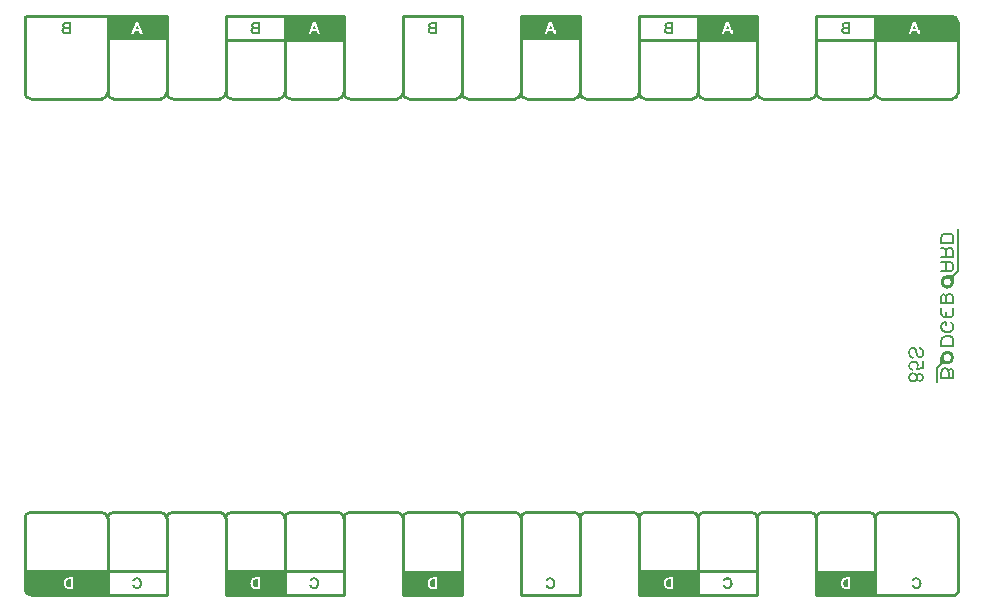
<source format=gbo>
G04*
G04 #@! TF.GenerationSoftware,Altium Limited,Altium Designer,24.6.1 (21)*
G04*
G04 Layer_Color=32896*
%FSLAX44Y44*%
%MOMM*%
G71*
G04*
G04 #@! TF.SameCoordinates,E2912B81-FF12-4EFC-B30A-82F2F3841449*
G04*
G04*
G04 #@! TF.FilePolarity,Positive*
G04*
G01*
G75*
%ADD10C,0.2000*%
%ADD11C,0.2000*%
%ADD13C,0.2500*%
%ADD19R,0.4750X0.2500*%
%ADD20R,0.3000X0.2500*%
%ADD21R,0.6250X0.2500*%
%ADD22R,0.4000X1.5750*%
%ADD23R,0.3750X0.5500*%
G36*
X250055Y-480042D02*
X250416Y-480084D01*
X250735Y-480153D01*
X251054Y-480236D01*
X251331Y-480333D01*
X251609Y-480444D01*
X251845Y-480569D01*
X252066Y-480694D01*
X252274Y-480819D01*
X252441Y-480943D01*
X252593Y-481054D01*
X252718Y-481152D01*
X252815Y-481235D01*
X252885Y-481304D01*
X252926Y-481346D01*
X252940Y-481359D01*
X253162Y-481623D01*
X253342Y-481900D01*
X253509Y-482192D01*
X253647Y-482497D01*
X253772Y-482816D01*
X253869Y-483121D01*
X253953Y-483426D01*
X254022Y-483717D01*
X254077Y-484008D01*
X254105Y-484258D01*
X254133Y-484494D01*
X254160Y-484688D01*
Y-484854D01*
X254174Y-484979D01*
Y-485062D01*
Y-485076D01*
Y-485090D01*
X254160Y-485506D01*
X254119Y-485895D01*
X254063Y-486269D01*
X253980Y-486602D01*
X253897Y-486921D01*
X253786Y-487226D01*
X253675Y-487489D01*
X253564Y-487725D01*
X253453Y-487947D01*
X253342Y-488141D01*
X253231Y-488294D01*
X253148Y-488432D01*
X253065Y-488530D01*
X253009Y-488613D01*
X252968Y-488654D01*
X252954Y-488668D01*
X252718Y-488904D01*
X252468Y-489098D01*
X252205Y-489278D01*
X251942Y-489417D01*
X251678Y-489542D01*
X251415Y-489653D01*
X251165Y-489736D01*
X250929Y-489805D01*
X250693Y-489861D01*
X250485Y-489902D01*
X250291Y-489930D01*
X250139Y-489944D01*
X250000Y-489958D01*
X249903Y-489972D01*
X249820D01*
X249528Y-489958D01*
X249265Y-489944D01*
X249001Y-489902D01*
X248766Y-489847D01*
X248544Y-489791D01*
X248336Y-489736D01*
X248142Y-489667D01*
X247961Y-489584D01*
X247809Y-489514D01*
X247670Y-489445D01*
X247545Y-489389D01*
X247448Y-489334D01*
X247365Y-489278D01*
X247309Y-489237D01*
X247282Y-489223D01*
X247268Y-489209D01*
X247088Y-489057D01*
X246921Y-488890D01*
X246616Y-488516D01*
X246366Y-488127D01*
X246172Y-487753D01*
X246089Y-487573D01*
X246020Y-487406D01*
X245964Y-487254D01*
X245909Y-487129D01*
X245867Y-487018D01*
X245839Y-486935D01*
X245826Y-486879D01*
Y-486865D01*
X247712Y-486283D01*
X247823Y-486657D01*
X247947Y-486976D01*
X248072Y-487240D01*
X248211Y-487462D01*
X248322Y-487628D01*
X248419Y-487739D01*
X248488Y-487808D01*
X248516Y-487836D01*
X248738Y-488003D01*
X248960Y-488113D01*
X249182Y-488197D01*
X249376Y-488266D01*
X249556Y-488294D01*
X249709Y-488308D01*
X249764Y-488321D01*
X249834D01*
X250028Y-488308D01*
X250208Y-488294D01*
X250541Y-488197D01*
X250832Y-488086D01*
X251068Y-487933D01*
X251262Y-487794D01*
X251401Y-487683D01*
X251456Y-487628D01*
X251498Y-487586D01*
X251512Y-487573D01*
X251525Y-487559D01*
X251636Y-487406D01*
X251733Y-487226D01*
X251831Y-487032D01*
X251900Y-486824D01*
X252011Y-486394D01*
X252094Y-485964D01*
X252122Y-485756D01*
X252136Y-485575D01*
X252163Y-485395D01*
Y-485243D01*
X252177Y-485132D01*
Y-485035D01*
Y-484965D01*
Y-484951D01*
X252163Y-484632D01*
X252150Y-484341D01*
X252122Y-484078D01*
X252080Y-483828D01*
X252025Y-483606D01*
X251969Y-483398D01*
X251914Y-483218D01*
X251845Y-483051D01*
X251789Y-482913D01*
X251733Y-482788D01*
X251678Y-482691D01*
X251623Y-482608D01*
X251581Y-482538D01*
X251553Y-482497D01*
X251525Y-482469D01*
Y-482455D01*
X251401Y-482316D01*
X251262Y-482192D01*
X251123Y-482094D01*
X250971Y-482011D01*
X250679Y-481873D01*
X250402Y-481776D01*
X250166Y-481720D01*
X250055Y-481706D01*
X249972Y-481692D01*
X249889Y-481679D01*
X249792D01*
X249515Y-481692D01*
X249265Y-481748D01*
X249043Y-481817D01*
X248849Y-481900D01*
X248696Y-481984D01*
X248585Y-482053D01*
X248516Y-482108D01*
X248488Y-482122D01*
X248308Y-482289D01*
X248142Y-482483D01*
X248017Y-482677D01*
X247920Y-482871D01*
X247850Y-483038D01*
X247809Y-483162D01*
X247781Y-483218D01*
Y-483260D01*
X247767Y-483273D01*
Y-483287D01*
X245853Y-482830D01*
X245992Y-482427D01*
X246145Y-482081D01*
X246311Y-481776D01*
X246464Y-481526D01*
X246616Y-481332D01*
X246672Y-481249D01*
X246727Y-481179D01*
X246769Y-481138D01*
X246810Y-481096D01*
X246824Y-481068D01*
X246838D01*
X247046Y-480888D01*
X247282Y-480722D01*
X247504Y-480583D01*
X247739Y-480472D01*
X247989Y-480361D01*
X248225Y-480278D01*
X248461Y-480208D01*
X248682Y-480153D01*
X248890Y-480111D01*
X249085Y-480084D01*
X249251Y-480056D01*
X249404Y-480042D01*
X249528Y-480028D01*
X249695D01*
X250055Y-480042D01*
D02*
G37*
G36*
X44021Y-19803D02*
X40431D01*
X40122Y-19794D01*
X39606D01*
X39391Y-19785D01*
X39203D01*
X39035Y-19775D01*
X38894D01*
X38772Y-19766D01*
X38669D01*
X38585Y-19757D01*
X38519D01*
X38472Y-19747D01*
X38416D01*
X38135Y-19700D01*
X37891Y-19635D01*
X37666Y-19560D01*
X37479Y-19485D01*
X37404Y-19447D01*
X37329Y-19410D01*
X37263Y-19372D01*
X37216Y-19344D01*
X37179Y-19325D01*
X37151Y-19307D01*
X37132Y-19288D01*
X37123D01*
X36935Y-19138D01*
X36767Y-18979D01*
X36626Y-18819D01*
X36504Y-18660D01*
X36410Y-18519D01*
X36373Y-18454D01*
X36345Y-18407D01*
X36317Y-18360D01*
X36298Y-18332D01*
X36288Y-18313D01*
Y-18304D01*
X36185Y-18069D01*
X36110Y-17835D01*
X36054Y-17620D01*
X36017Y-17432D01*
X35998Y-17263D01*
X35989Y-17198D01*
X35979Y-17142D01*
Y-17095D01*
Y-17057D01*
Y-17039D01*
Y-17029D01*
X35989Y-16879D01*
X35998Y-16729D01*
X36054Y-16448D01*
X36129Y-16204D01*
X36176Y-16092D01*
X36214Y-15998D01*
X36260Y-15904D01*
X36307Y-15820D01*
X36345Y-15754D01*
X36382Y-15698D01*
X36410Y-15651D01*
X36438Y-15614D01*
X36448Y-15595D01*
X36457Y-15586D01*
X36551Y-15473D01*
X36645Y-15370D01*
X36860Y-15183D01*
X37085Y-15033D01*
X37301Y-14911D01*
X37497Y-14817D01*
X37582Y-14780D01*
X37657Y-14752D01*
X37713Y-14733D01*
X37760Y-14714D01*
X37788Y-14705D01*
X37798D01*
X37582Y-14583D01*
X37385Y-14452D01*
X37216Y-14311D01*
X37076Y-14180D01*
X36963Y-14058D01*
X36879Y-13955D01*
X36851Y-13917D01*
X36832Y-13889D01*
X36813Y-13871D01*
Y-13861D01*
X36692Y-13646D01*
X36598Y-13430D01*
X36532Y-13224D01*
X36495Y-13027D01*
X36467Y-12868D01*
X36457Y-12793D01*
Y-12737D01*
X36448Y-12690D01*
Y-12652D01*
Y-12633D01*
Y-12624D01*
X36457Y-12399D01*
X36495Y-12184D01*
X36542Y-11996D01*
X36598Y-11827D01*
X36654Y-11687D01*
X36682Y-11631D01*
X36701Y-11584D01*
X36720Y-11546D01*
X36738Y-11518D01*
X36748Y-11509D01*
Y-11499D01*
X36860Y-11321D01*
X36982Y-11162D01*
X37113Y-11021D01*
X37226Y-10909D01*
X37329Y-10815D01*
X37413Y-10749D01*
X37469Y-10703D01*
X37479Y-10693D01*
X37488D01*
X37657Y-10590D01*
X37835Y-10506D01*
X37994Y-10440D01*
X38154Y-10384D01*
X38294Y-10346D01*
X38397Y-10318D01*
X38435Y-10309D01*
X38463Y-10300D01*
X38491D01*
X38603Y-10281D01*
X38725Y-10262D01*
X38988Y-10243D01*
X39269Y-10225D01*
X39550Y-10206D01*
X39794D01*
X39906Y-10196D01*
X44021D01*
Y-19803D01*
D02*
G37*
G36*
X450056Y-480042D02*
X450416Y-480084D01*
X450735Y-480153D01*
X451054Y-480236D01*
X451331Y-480333D01*
X451609Y-480444D01*
X451844Y-480569D01*
X452066Y-480694D01*
X452274Y-480819D01*
X452441Y-480943D01*
X452593Y-481054D01*
X452718Y-481152D01*
X452815Y-481235D01*
X452885Y-481304D01*
X452926Y-481346D01*
X452940Y-481359D01*
X453162Y-481623D01*
X453342Y-481900D01*
X453509Y-482192D01*
X453647Y-482497D01*
X453772Y-482816D01*
X453869Y-483121D01*
X453952Y-483426D01*
X454022Y-483717D01*
X454077Y-484008D01*
X454105Y-484258D01*
X454133Y-484494D01*
X454160Y-484688D01*
Y-484854D01*
X454174Y-484979D01*
Y-485062D01*
Y-485076D01*
Y-485090D01*
X454160Y-485506D01*
X454119Y-485895D01*
X454063Y-486269D01*
X453980Y-486602D01*
X453897Y-486921D01*
X453786Y-487226D01*
X453675Y-487489D01*
X453564Y-487725D01*
X453453Y-487947D01*
X453342Y-488141D01*
X453231Y-488294D01*
X453148Y-488432D01*
X453065Y-488530D01*
X453009Y-488613D01*
X452968Y-488654D01*
X452954Y-488668D01*
X452718Y-488904D01*
X452469Y-489098D01*
X452205Y-489278D01*
X451942Y-489417D01*
X451678Y-489542D01*
X451415Y-489653D01*
X451165Y-489736D01*
X450929Y-489805D01*
X450693Y-489861D01*
X450485Y-489902D01*
X450291Y-489930D01*
X450139Y-489944D01*
X450000Y-489958D01*
X449903Y-489972D01*
X449820D01*
X449529Y-489958D01*
X449265Y-489944D01*
X449002Y-489902D01*
X448766Y-489847D01*
X448544Y-489791D01*
X448336Y-489736D01*
X448142Y-489667D01*
X447961Y-489584D01*
X447809Y-489514D01*
X447670Y-489445D01*
X447545Y-489389D01*
X447448Y-489334D01*
X447365Y-489278D01*
X447309Y-489237D01*
X447282Y-489223D01*
X447268Y-489209D01*
X447088Y-489057D01*
X446921Y-488890D01*
X446616Y-488516D01*
X446367Y-488127D01*
X446172Y-487753D01*
X446089Y-487573D01*
X446020Y-487406D01*
X445964Y-487254D01*
X445909Y-487129D01*
X445867Y-487018D01*
X445840Y-486935D01*
X445826Y-486879D01*
Y-486865D01*
X447712Y-486283D01*
X447823Y-486657D01*
X447948Y-486976D01*
X448072Y-487240D01*
X448211Y-487462D01*
X448322Y-487628D01*
X448419Y-487739D01*
X448488Y-487808D01*
X448516Y-487836D01*
X448738Y-488003D01*
X448960Y-488113D01*
X449182Y-488197D01*
X449376Y-488266D01*
X449556Y-488294D01*
X449709Y-488308D01*
X449764Y-488321D01*
X449834D01*
X450028Y-488308D01*
X450208Y-488294D01*
X450541Y-488197D01*
X450832Y-488086D01*
X451068Y-487933D01*
X451262Y-487794D01*
X451401Y-487683D01*
X451456Y-487628D01*
X451498Y-487586D01*
X451512Y-487573D01*
X451525Y-487559D01*
X451637Y-487406D01*
X451734Y-487226D01*
X451831Y-487032D01*
X451900Y-486824D01*
X452011Y-486394D01*
X452094Y-485964D01*
X452122Y-485756D01*
X452136Y-485575D01*
X452164Y-485395D01*
Y-485243D01*
X452177Y-485132D01*
Y-485035D01*
Y-484965D01*
Y-484951D01*
X452164Y-484632D01*
X452150Y-484341D01*
X452122Y-484078D01*
X452080Y-483828D01*
X452025Y-483606D01*
X451969Y-483398D01*
X451914Y-483218D01*
X451844Y-483051D01*
X451789Y-482913D01*
X451734Y-482788D01*
X451678Y-482691D01*
X451623Y-482608D01*
X451581Y-482538D01*
X451553Y-482497D01*
X451525Y-482469D01*
Y-482455D01*
X451401Y-482316D01*
X451262Y-482192D01*
X451123Y-482094D01*
X450971Y-482011D01*
X450680Y-481873D01*
X450402Y-481776D01*
X450166Y-481720D01*
X450056Y-481706D01*
X449972Y-481692D01*
X449889Y-481679D01*
X449792D01*
X449515Y-481692D01*
X449265Y-481748D01*
X449043Y-481817D01*
X448849Y-481900D01*
X448696Y-481984D01*
X448585Y-482053D01*
X448516Y-482108D01*
X448488Y-482122D01*
X448308Y-482289D01*
X448142Y-482483D01*
X448017Y-482677D01*
X447920Y-482871D01*
X447850Y-483038D01*
X447809Y-483162D01*
X447781Y-483218D01*
Y-483260D01*
X447767Y-483273D01*
Y-483287D01*
X445853Y-482830D01*
X445992Y-482427D01*
X446145Y-482081D01*
X446311Y-481776D01*
X446464Y-481526D01*
X446616Y-481332D01*
X446672Y-481249D01*
X446727Y-481179D01*
X446769Y-481138D01*
X446810Y-481096D01*
X446824Y-481068D01*
X446838D01*
X447046Y-480888D01*
X447282Y-480722D01*
X447504Y-480583D01*
X447739Y-480472D01*
X447989Y-480361D01*
X448225Y-480278D01*
X448461Y-480208D01*
X448683Y-480153D01*
X448890Y-480111D01*
X449085Y-480084D01*
X449251Y-480056D01*
X449404Y-480042D01*
X449529Y-480028D01*
X449695D01*
X450056Y-480042D01*
D02*
G37*
G36*
X475000Y-25000D02*
X425000D01*
Y-5000D01*
X475000D01*
Y-25000D01*
D02*
G37*
G36*
X225000Y-475000D02*
Y-495000D01*
X175000D01*
Y-475000D01*
X225000D01*
D02*
G37*
G36*
X275000Y-5000D02*
Y-25000D01*
X225000D01*
Y-5000D01*
X275000D01*
D02*
G37*
G36*
X554021Y-19803D02*
X550431D01*
X550122Y-19794D01*
X549606D01*
X549391Y-19785D01*
X549203D01*
X549035Y-19775D01*
X548894D01*
X548772Y-19766D01*
X548669D01*
X548585Y-19757D01*
X548519D01*
X548472Y-19747D01*
X548416D01*
X548135Y-19700D01*
X547891Y-19635D01*
X547666Y-19560D01*
X547479Y-19485D01*
X547404Y-19447D01*
X547329Y-19410D01*
X547263Y-19372D01*
X547216Y-19344D01*
X547179Y-19325D01*
X547151Y-19307D01*
X547132Y-19288D01*
X547123D01*
X546935Y-19138D01*
X546767Y-18979D01*
X546626Y-18819D01*
X546504Y-18660D01*
X546410Y-18519D01*
X546373Y-18454D01*
X546345Y-18407D01*
X546317Y-18360D01*
X546298Y-18332D01*
X546288Y-18313D01*
Y-18304D01*
X546185Y-18069D01*
X546110Y-17835D01*
X546054Y-17620D01*
X546017Y-17432D01*
X545998Y-17263D01*
X545989Y-17198D01*
X545979Y-17142D01*
Y-17095D01*
Y-17057D01*
Y-17039D01*
Y-17029D01*
X545989Y-16879D01*
X545998Y-16729D01*
X546054Y-16448D01*
X546129Y-16204D01*
X546176Y-16092D01*
X546213Y-15998D01*
X546260Y-15904D01*
X546307Y-15820D01*
X546345Y-15754D01*
X546382Y-15698D01*
X546410Y-15651D01*
X546438Y-15614D01*
X546448Y-15595D01*
X546457Y-15586D01*
X546551Y-15473D01*
X546645Y-15370D01*
X546860Y-15183D01*
X547085Y-15033D01*
X547301Y-14911D01*
X547498Y-14817D01*
X547582Y-14780D01*
X547657Y-14752D01*
X547713Y-14733D01*
X547760Y-14714D01*
X547788Y-14705D01*
X547798D01*
X547582Y-14583D01*
X547385Y-14452D01*
X547216Y-14311D01*
X547076Y-14180D01*
X546963Y-14058D01*
X546879Y-13955D01*
X546851Y-13917D01*
X546832Y-13889D01*
X546813Y-13871D01*
Y-13861D01*
X546692Y-13646D01*
X546598Y-13430D01*
X546532Y-13224D01*
X546495Y-13027D01*
X546467Y-12868D01*
X546457Y-12793D01*
Y-12737D01*
X546448Y-12690D01*
Y-12652D01*
Y-12633D01*
Y-12624D01*
X546457Y-12399D01*
X546495Y-12184D01*
X546542Y-11996D01*
X546598Y-11827D01*
X546654Y-11687D01*
X546682Y-11631D01*
X546701Y-11584D01*
X546720Y-11546D01*
X546738Y-11518D01*
X546748Y-11509D01*
Y-11499D01*
X546860Y-11321D01*
X546982Y-11162D01*
X547113Y-11021D01*
X547226Y-10909D01*
X547329Y-10815D01*
X547413Y-10749D01*
X547469Y-10703D01*
X547479Y-10693D01*
X547488D01*
X547657Y-10590D01*
X547835Y-10506D01*
X547994Y-10440D01*
X548154Y-10384D01*
X548294Y-10346D01*
X548397Y-10318D01*
X548435Y-10309D01*
X548463Y-10300D01*
X548491D01*
X548604Y-10281D01*
X548725Y-10262D01*
X548988Y-10243D01*
X549269Y-10225D01*
X549550Y-10206D01*
X549794D01*
X549906Y-10196D01*
X554021D01*
Y-19803D01*
D02*
G37*
G36*
X354021D02*
X350431D01*
X350122Y-19794D01*
X349606D01*
X349391Y-19785D01*
X349203D01*
X349035Y-19775D01*
X348894D01*
X348772Y-19766D01*
X348669D01*
X348585Y-19757D01*
X348519D01*
X348472Y-19747D01*
X348416D01*
X348135Y-19700D01*
X347891Y-19635D01*
X347666Y-19560D01*
X347479Y-19485D01*
X347404Y-19447D01*
X347329Y-19410D01*
X347263Y-19372D01*
X347216Y-19344D01*
X347179Y-19325D01*
X347151Y-19307D01*
X347132Y-19288D01*
X347123D01*
X346935Y-19138D01*
X346767Y-18979D01*
X346626Y-18819D01*
X346504Y-18660D01*
X346410Y-18519D01*
X346373Y-18454D01*
X346345Y-18407D01*
X346317Y-18360D01*
X346298Y-18332D01*
X346288Y-18313D01*
Y-18304D01*
X346185Y-18069D01*
X346110Y-17835D01*
X346054Y-17620D01*
X346017Y-17432D01*
X345998Y-17263D01*
X345989Y-17198D01*
X345979Y-17142D01*
Y-17095D01*
Y-17057D01*
Y-17039D01*
Y-17029D01*
X345989Y-16879D01*
X345998Y-16729D01*
X346054Y-16448D01*
X346129Y-16204D01*
X346176Y-16092D01*
X346213Y-15998D01*
X346260Y-15904D01*
X346307Y-15820D01*
X346345Y-15754D01*
X346382Y-15698D01*
X346410Y-15651D01*
X346438Y-15614D01*
X346448Y-15595D01*
X346457Y-15586D01*
X346551Y-15473D01*
X346645Y-15370D01*
X346860Y-15183D01*
X347085Y-15033D01*
X347301Y-14911D01*
X347497Y-14817D01*
X347582Y-14780D01*
X347657Y-14752D01*
X347713Y-14733D01*
X347760Y-14714D01*
X347788Y-14705D01*
X347798D01*
X347582Y-14583D01*
X347385Y-14452D01*
X347216Y-14311D01*
X347076Y-14180D01*
X346963Y-14058D01*
X346879Y-13955D01*
X346851Y-13917D01*
X346832Y-13889D01*
X346813Y-13871D01*
Y-13861D01*
X346692Y-13646D01*
X346598Y-13430D01*
X346532Y-13224D01*
X346495Y-13027D01*
X346466Y-12868D01*
X346457Y-12793D01*
Y-12737D01*
X346448Y-12690D01*
Y-12652D01*
Y-12633D01*
Y-12624D01*
X346457Y-12399D01*
X346495Y-12184D01*
X346541Y-11996D01*
X346598Y-11827D01*
X346654Y-11687D01*
X346682Y-11631D01*
X346701Y-11584D01*
X346720Y-11546D01*
X346738Y-11518D01*
X346748Y-11509D01*
Y-11499D01*
X346860Y-11321D01*
X346982Y-11162D01*
X347113Y-11021D01*
X347226Y-10909D01*
X347329Y-10815D01*
X347413Y-10749D01*
X347469Y-10703D01*
X347479Y-10693D01*
X347488D01*
X347657Y-10590D01*
X347835Y-10506D01*
X347994Y-10440D01*
X348154Y-10384D01*
X348294Y-10346D01*
X348397Y-10318D01*
X348435Y-10309D01*
X348463Y-10300D01*
X348491D01*
X348604Y-10281D01*
X348725Y-10262D01*
X348988Y-10243D01*
X349269Y-10225D01*
X349550Y-10206D01*
X349794D01*
X349906Y-10196D01*
X354021D01*
Y-19803D01*
D02*
G37*
G36*
X125000Y-5000D02*
Y-25000D01*
X75000D01*
Y-5000D01*
X125000D01*
D02*
G37*
G36*
X791000Y-25000D02*
X725000D01*
Y-5000D01*
X791000D01*
Y-25000D01*
D02*
G37*
G36*
X575000Y-475000D02*
Y-495000D01*
X525000D01*
Y-475000D01*
X575000D01*
D02*
G37*
G36*
X600056Y-480042D02*
X600416Y-480084D01*
X600735Y-480153D01*
X601054Y-480236D01*
X601331Y-480333D01*
X601609Y-480444D01*
X601844Y-480569D01*
X602066Y-480694D01*
X602274Y-480819D01*
X602441Y-480943D01*
X602593Y-481054D01*
X602718Y-481152D01*
X602815Y-481235D01*
X602885Y-481304D01*
X602926Y-481346D01*
X602940Y-481359D01*
X603162Y-481623D01*
X603342Y-481900D01*
X603509Y-482192D01*
X603647Y-482497D01*
X603772Y-482816D01*
X603869Y-483121D01*
X603952Y-483426D01*
X604022Y-483717D01*
X604077Y-484008D01*
X604105Y-484258D01*
X604133Y-484494D01*
X604160Y-484688D01*
Y-484854D01*
X604174Y-484979D01*
Y-485062D01*
Y-485076D01*
Y-485090D01*
X604160Y-485506D01*
X604119Y-485895D01*
X604063Y-486269D01*
X603980Y-486602D01*
X603897Y-486921D01*
X603786Y-487226D01*
X603675Y-487489D01*
X603564Y-487725D01*
X603453Y-487947D01*
X603342Y-488141D01*
X603231Y-488294D01*
X603148Y-488432D01*
X603065Y-488530D01*
X603009Y-488613D01*
X602968Y-488654D01*
X602954Y-488668D01*
X602718Y-488904D01*
X602469Y-489098D01*
X602205Y-489278D01*
X601942Y-489417D01*
X601678Y-489542D01*
X601415Y-489653D01*
X601165Y-489736D01*
X600929Y-489805D01*
X600693Y-489861D01*
X600485Y-489902D01*
X600291Y-489930D01*
X600139Y-489944D01*
X600000Y-489958D01*
X599903Y-489972D01*
X599820D01*
X599529Y-489958D01*
X599265Y-489944D01*
X599002Y-489902D01*
X598766Y-489847D01*
X598544Y-489791D01*
X598336Y-489736D01*
X598142Y-489667D01*
X597961Y-489584D01*
X597809Y-489514D01*
X597670Y-489445D01*
X597545Y-489389D01*
X597448Y-489334D01*
X597365Y-489278D01*
X597309Y-489237D01*
X597282Y-489223D01*
X597268Y-489209D01*
X597088Y-489057D01*
X596921Y-488890D01*
X596616Y-488516D01*
X596367Y-488127D01*
X596172Y-487753D01*
X596089Y-487573D01*
X596020Y-487406D01*
X595964Y-487254D01*
X595909Y-487129D01*
X595867Y-487018D01*
X595840Y-486935D01*
X595826Y-486879D01*
Y-486865D01*
X597712Y-486283D01*
X597823Y-486657D01*
X597948Y-486976D01*
X598072Y-487240D01*
X598211Y-487462D01*
X598322Y-487628D01*
X598419Y-487739D01*
X598488Y-487808D01*
X598516Y-487836D01*
X598738Y-488003D01*
X598960Y-488113D01*
X599182Y-488197D01*
X599376Y-488266D01*
X599556Y-488294D01*
X599709Y-488308D01*
X599764Y-488321D01*
X599834D01*
X600028Y-488308D01*
X600208Y-488294D01*
X600541Y-488197D01*
X600832Y-488086D01*
X601068Y-487933D01*
X601262Y-487794D01*
X601401Y-487683D01*
X601456Y-487628D01*
X601498Y-487586D01*
X601512Y-487573D01*
X601525Y-487559D01*
X601637Y-487406D01*
X601734Y-487226D01*
X601831Y-487032D01*
X601900Y-486824D01*
X602011Y-486394D01*
X602094Y-485964D01*
X602122Y-485756D01*
X602136Y-485575D01*
X602164Y-485395D01*
Y-485243D01*
X602177Y-485132D01*
Y-485035D01*
Y-484965D01*
Y-484951D01*
X602164Y-484632D01*
X602150Y-484341D01*
X602122Y-484078D01*
X602080Y-483828D01*
X602025Y-483606D01*
X601969Y-483398D01*
X601914Y-483218D01*
X601844Y-483051D01*
X601789Y-482913D01*
X601734Y-482788D01*
X601678Y-482691D01*
X601623Y-482608D01*
X601581Y-482538D01*
X601553Y-482497D01*
X601525Y-482469D01*
Y-482455D01*
X601401Y-482316D01*
X601262Y-482192D01*
X601123Y-482094D01*
X600971Y-482011D01*
X600680Y-481873D01*
X600402Y-481776D01*
X600166Y-481720D01*
X600056Y-481706D01*
X599972Y-481692D01*
X599889Y-481679D01*
X599792D01*
X599515Y-481692D01*
X599265Y-481748D01*
X599043Y-481817D01*
X598849Y-481900D01*
X598696Y-481984D01*
X598585Y-482053D01*
X598516Y-482108D01*
X598488Y-482122D01*
X598308Y-482289D01*
X598142Y-482483D01*
X598017Y-482677D01*
X597920Y-482871D01*
X597850Y-483038D01*
X597809Y-483162D01*
X597781Y-483218D01*
Y-483260D01*
X597767Y-483273D01*
Y-483287D01*
X595853Y-482830D01*
X595992Y-482427D01*
X596145Y-482081D01*
X596311Y-481776D01*
X596464Y-481526D01*
X596616Y-481332D01*
X596672Y-481249D01*
X596727Y-481179D01*
X596769Y-481138D01*
X596810Y-481096D01*
X596824Y-481068D01*
X596838D01*
X597046Y-480888D01*
X597282Y-480722D01*
X597504Y-480583D01*
X597739Y-480472D01*
X597989Y-480361D01*
X598225Y-480278D01*
X598461Y-480208D01*
X598683Y-480153D01*
X598890Y-480111D01*
X599085Y-480084D01*
X599251Y-480056D01*
X599404Y-480042D01*
X599529Y-480028D01*
X599695D01*
X600056Y-480042D01*
D02*
G37*
G36*
X204021Y-19803D02*
X200431D01*
X200122Y-19794D01*
X199606D01*
X199391Y-19785D01*
X199203D01*
X199035Y-19775D01*
X198894D01*
X198772Y-19766D01*
X198669D01*
X198585Y-19757D01*
X198519D01*
X198472Y-19747D01*
X198416D01*
X198135Y-19700D01*
X197891Y-19635D01*
X197666Y-19560D01*
X197479Y-19485D01*
X197404Y-19447D01*
X197329Y-19410D01*
X197263Y-19372D01*
X197216Y-19344D01*
X197179Y-19325D01*
X197151Y-19307D01*
X197132Y-19288D01*
X197123D01*
X196935Y-19138D01*
X196766Y-18979D01*
X196626Y-18819D01*
X196504Y-18660D01*
X196410Y-18519D01*
X196373Y-18454D01*
X196345Y-18407D01*
X196317Y-18360D01*
X196298Y-18332D01*
X196289Y-18313D01*
Y-18304D01*
X196185Y-18069D01*
X196110Y-17835D01*
X196054Y-17620D01*
X196017Y-17432D01*
X195998Y-17263D01*
X195989Y-17198D01*
X195979Y-17142D01*
Y-17095D01*
Y-17057D01*
Y-17039D01*
Y-17029D01*
X195989Y-16879D01*
X195998Y-16729D01*
X196054Y-16448D01*
X196129Y-16204D01*
X196176Y-16092D01*
X196213Y-15998D01*
X196260Y-15904D01*
X196307Y-15820D01*
X196345Y-15754D01*
X196382Y-15698D01*
X196410Y-15651D01*
X196438Y-15614D01*
X196448Y-15595D01*
X196457Y-15586D01*
X196551Y-15473D01*
X196645Y-15370D01*
X196860Y-15183D01*
X197085Y-15033D01*
X197301Y-14911D01*
X197498Y-14817D01*
X197582Y-14780D01*
X197657Y-14752D01*
X197713Y-14733D01*
X197760Y-14714D01*
X197788Y-14705D01*
X197797D01*
X197582Y-14583D01*
X197385Y-14452D01*
X197216Y-14311D01*
X197076Y-14180D01*
X196963Y-14058D01*
X196879Y-13955D01*
X196851Y-13917D01*
X196832Y-13889D01*
X196813Y-13871D01*
Y-13861D01*
X196691Y-13646D01*
X196598Y-13430D01*
X196532Y-13224D01*
X196495Y-13027D01*
X196467Y-12868D01*
X196457Y-12793D01*
Y-12737D01*
X196448Y-12690D01*
Y-12652D01*
Y-12633D01*
Y-12624D01*
X196457Y-12399D01*
X196495Y-12184D01*
X196542Y-11996D01*
X196598Y-11827D01*
X196654Y-11687D01*
X196682Y-11631D01*
X196701Y-11584D01*
X196720Y-11546D01*
X196738Y-11518D01*
X196748Y-11509D01*
Y-11499D01*
X196860Y-11321D01*
X196982Y-11162D01*
X197113Y-11021D01*
X197226Y-10909D01*
X197329Y-10815D01*
X197413Y-10749D01*
X197469Y-10703D01*
X197479Y-10693D01*
X197488D01*
X197657Y-10590D01*
X197835Y-10506D01*
X197994Y-10440D01*
X198154Y-10384D01*
X198294Y-10346D01*
X198397Y-10318D01*
X198435Y-10309D01*
X198463Y-10300D01*
X198491D01*
X198603Y-10281D01*
X198725Y-10262D01*
X198988Y-10243D01*
X199269Y-10225D01*
X199550Y-10206D01*
X199794D01*
X199906Y-10196D01*
X204021D01*
Y-19803D01*
D02*
G37*
G36*
X760055Y-480042D02*
X760416Y-480084D01*
X760735Y-480153D01*
X761054Y-480236D01*
X761331Y-480333D01*
X761609Y-480444D01*
X761844Y-480569D01*
X762066Y-480694D01*
X762274Y-480819D01*
X762441Y-480943D01*
X762593Y-481054D01*
X762718Y-481152D01*
X762815Y-481235D01*
X762885Y-481304D01*
X762926Y-481346D01*
X762940Y-481359D01*
X763162Y-481623D01*
X763342Y-481900D01*
X763509Y-482192D01*
X763647Y-482497D01*
X763772Y-482816D01*
X763869Y-483121D01*
X763952Y-483426D01*
X764022Y-483717D01*
X764077Y-484008D01*
X764105Y-484258D01*
X764133Y-484494D01*
X764161Y-484688D01*
Y-484854D01*
X764174Y-484979D01*
Y-485062D01*
Y-485076D01*
Y-485090D01*
X764161Y-485506D01*
X764119Y-485895D01*
X764063Y-486269D01*
X763980Y-486602D01*
X763897Y-486921D01*
X763786Y-487226D01*
X763675Y-487489D01*
X763564Y-487725D01*
X763453Y-487947D01*
X763342Y-488141D01*
X763231Y-488294D01*
X763148Y-488432D01*
X763065Y-488530D01*
X763009Y-488613D01*
X762968Y-488654D01*
X762954Y-488668D01*
X762718Y-488904D01*
X762469Y-489098D01*
X762205Y-489278D01*
X761942Y-489417D01*
X761678Y-489542D01*
X761415Y-489653D01*
X761165Y-489736D01*
X760929Y-489805D01*
X760693Y-489861D01*
X760485Y-489902D01*
X760291Y-489930D01*
X760139Y-489944D01*
X760000Y-489958D01*
X759903Y-489972D01*
X759820D01*
X759529Y-489958D01*
X759265Y-489944D01*
X759001Y-489902D01*
X758766Y-489847D01*
X758544Y-489791D01*
X758336Y-489736D01*
X758142Y-489667D01*
X757961Y-489584D01*
X757809Y-489514D01*
X757670Y-489445D01*
X757545Y-489389D01*
X757448Y-489334D01*
X757365Y-489278D01*
X757309Y-489237D01*
X757282Y-489223D01*
X757268Y-489209D01*
X757088Y-489057D01*
X756921Y-488890D01*
X756616Y-488516D01*
X756367Y-488127D01*
X756172Y-487753D01*
X756089Y-487573D01*
X756020Y-487406D01*
X755964Y-487254D01*
X755909Y-487129D01*
X755867Y-487018D01*
X755839Y-486935D01*
X755826Y-486879D01*
Y-486865D01*
X757712Y-486283D01*
X757823Y-486657D01*
X757947Y-486976D01*
X758072Y-487240D01*
X758211Y-487462D01*
X758322Y-487628D01*
X758419Y-487739D01*
X758488Y-487808D01*
X758516Y-487836D01*
X758738Y-488003D01*
X758960Y-488113D01*
X759182Y-488197D01*
X759376Y-488266D01*
X759556Y-488294D01*
X759709Y-488308D01*
X759764Y-488321D01*
X759834D01*
X760028Y-488308D01*
X760208Y-488294D01*
X760541Y-488197D01*
X760832Y-488086D01*
X761068Y-487933D01*
X761262Y-487794D01*
X761401Y-487683D01*
X761456Y-487628D01*
X761498Y-487586D01*
X761512Y-487573D01*
X761525Y-487559D01*
X761636Y-487406D01*
X761733Y-487226D01*
X761831Y-487032D01*
X761900Y-486824D01*
X762011Y-486394D01*
X762094Y-485964D01*
X762122Y-485756D01*
X762136Y-485575D01*
X762163Y-485395D01*
Y-485243D01*
X762177Y-485132D01*
Y-485035D01*
Y-484965D01*
Y-484951D01*
X762163Y-484632D01*
X762150Y-484341D01*
X762122Y-484078D01*
X762080Y-483828D01*
X762025Y-483606D01*
X761969Y-483398D01*
X761914Y-483218D01*
X761844Y-483051D01*
X761789Y-482913D01*
X761733Y-482788D01*
X761678Y-482691D01*
X761623Y-482608D01*
X761581Y-482538D01*
X761553Y-482497D01*
X761525Y-482469D01*
Y-482455D01*
X761401Y-482316D01*
X761262Y-482192D01*
X761123Y-482094D01*
X760971Y-482011D01*
X760679Y-481873D01*
X760402Y-481776D01*
X760166Y-481720D01*
X760055Y-481706D01*
X759972Y-481692D01*
X759889Y-481679D01*
X759792D01*
X759515Y-481692D01*
X759265Y-481748D01*
X759043Y-481817D01*
X758849Y-481900D01*
X758696Y-481984D01*
X758585Y-482053D01*
X758516Y-482108D01*
X758488Y-482122D01*
X758308Y-482289D01*
X758142Y-482483D01*
X758017Y-482677D01*
X757920Y-482871D01*
X757850Y-483038D01*
X757809Y-483162D01*
X757781Y-483218D01*
Y-483260D01*
X757767Y-483273D01*
Y-483287D01*
X755853Y-482830D01*
X755992Y-482427D01*
X756145Y-482081D01*
X756311Y-481776D01*
X756463Y-481526D01*
X756616Y-481332D01*
X756672Y-481249D01*
X756727Y-481179D01*
X756769Y-481138D01*
X756810Y-481096D01*
X756824Y-481068D01*
X756838D01*
X757046Y-480888D01*
X757282Y-480722D01*
X757504Y-480583D01*
X757739Y-480472D01*
X757989Y-480361D01*
X758225Y-480278D01*
X758461Y-480208D01*
X758682Y-480153D01*
X758891Y-480111D01*
X759085Y-480084D01*
X759251Y-480056D01*
X759404Y-480042D01*
X759529Y-480028D01*
X759695D01*
X760055Y-480042D01*
D02*
G37*
G36*
X625000Y-25000D02*
X575000D01*
Y-5000D01*
X625000D01*
Y-25000D01*
D02*
G37*
G36*
X725000Y-475000D02*
Y-495000D01*
X675000D01*
Y-475000D01*
X725000D01*
D02*
G37*
G36*
X100056Y-480042D02*
X100416Y-480084D01*
X100735Y-480153D01*
X101054Y-480236D01*
X101331Y-480333D01*
X101609Y-480444D01*
X101845Y-480569D01*
X102066Y-480694D01*
X102274Y-480819D01*
X102441Y-480943D01*
X102593Y-481054D01*
X102718Y-481152D01*
X102815Y-481235D01*
X102885Y-481304D01*
X102926Y-481346D01*
X102940Y-481359D01*
X103162Y-481623D01*
X103342Y-481900D01*
X103509Y-482192D01*
X103647Y-482497D01*
X103772Y-482816D01*
X103869Y-483121D01*
X103953Y-483426D01*
X104022Y-483717D01*
X104077Y-484008D01*
X104105Y-484258D01*
X104133Y-484494D01*
X104160Y-484688D01*
Y-484854D01*
X104174Y-484979D01*
Y-485062D01*
Y-485076D01*
Y-485090D01*
X104160Y-485506D01*
X104119Y-485895D01*
X104063Y-486269D01*
X103980Y-486602D01*
X103897Y-486921D01*
X103786Y-487226D01*
X103675Y-487489D01*
X103564Y-487725D01*
X103453Y-487947D01*
X103342Y-488141D01*
X103231Y-488294D01*
X103148Y-488432D01*
X103065Y-488530D01*
X103009Y-488613D01*
X102968Y-488654D01*
X102954Y-488668D01*
X102718Y-488904D01*
X102469Y-489098D01*
X102205Y-489278D01*
X101942Y-489417D01*
X101678Y-489542D01*
X101415Y-489653D01*
X101165Y-489736D01*
X100929Y-489805D01*
X100693Y-489861D01*
X100485Y-489902D01*
X100291Y-489930D01*
X100139Y-489944D01*
X100000Y-489958D01*
X99903Y-489972D01*
X99820D01*
X99529Y-489958D01*
X99265Y-489944D01*
X99002Y-489902D01*
X98766Y-489847D01*
X98544Y-489791D01*
X98336Y-489736D01*
X98142Y-489667D01*
X97961Y-489584D01*
X97809Y-489514D01*
X97670Y-489445D01*
X97545Y-489389D01*
X97448Y-489334D01*
X97365Y-489278D01*
X97310Y-489237D01*
X97282Y-489223D01*
X97268Y-489209D01*
X97088Y-489057D01*
X96921Y-488890D01*
X96616Y-488516D01*
X96367Y-488127D01*
X96172Y-487753D01*
X96089Y-487573D01*
X96020Y-487406D01*
X95964Y-487254D01*
X95909Y-487129D01*
X95867Y-487018D01*
X95840Y-486935D01*
X95826Y-486879D01*
Y-486865D01*
X97712Y-486283D01*
X97823Y-486657D01*
X97948Y-486976D01*
X98072Y-487240D01*
X98211Y-487462D01*
X98322Y-487628D01*
X98419Y-487739D01*
X98488Y-487808D01*
X98516Y-487836D01*
X98738Y-488003D01*
X98960Y-488113D01*
X99182Y-488197D01*
X99376Y-488266D01*
X99556Y-488294D01*
X99709Y-488308D01*
X99764Y-488321D01*
X99834D01*
X100028Y-488308D01*
X100208Y-488294D01*
X100541Y-488197D01*
X100832Y-488086D01*
X101068Y-487933D01*
X101262Y-487794D01*
X101401Y-487683D01*
X101456Y-487628D01*
X101498Y-487586D01*
X101512Y-487573D01*
X101525Y-487559D01*
X101636Y-487406D01*
X101734Y-487226D01*
X101831Y-487032D01*
X101900Y-486824D01*
X102011Y-486394D01*
X102094Y-485964D01*
X102122Y-485756D01*
X102136Y-485575D01*
X102163Y-485395D01*
Y-485243D01*
X102177Y-485132D01*
Y-485035D01*
Y-484965D01*
Y-484951D01*
X102163Y-484632D01*
X102150Y-484341D01*
X102122Y-484078D01*
X102080Y-483828D01*
X102025Y-483606D01*
X101969Y-483398D01*
X101914Y-483218D01*
X101845Y-483051D01*
X101789Y-482913D01*
X101734Y-482788D01*
X101678Y-482691D01*
X101623Y-482608D01*
X101581Y-482538D01*
X101553Y-482497D01*
X101525Y-482469D01*
Y-482455D01*
X101401Y-482316D01*
X101262Y-482192D01*
X101123Y-482094D01*
X100971Y-482011D01*
X100680Y-481873D01*
X100402Y-481776D01*
X100166Y-481720D01*
X100056Y-481706D01*
X99972Y-481692D01*
X99889Y-481679D01*
X99792D01*
X99515Y-481692D01*
X99265Y-481748D01*
X99043Y-481817D01*
X98849Y-481900D01*
X98696Y-481984D01*
X98585Y-482053D01*
X98516Y-482108D01*
X98488Y-482122D01*
X98308Y-482289D01*
X98142Y-482483D01*
X98017Y-482677D01*
X97920Y-482871D01*
X97850Y-483038D01*
X97809Y-483162D01*
X97781Y-483218D01*
Y-483260D01*
X97767Y-483273D01*
Y-483287D01*
X95853Y-482830D01*
X95992Y-482427D01*
X96145Y-482081D01*
X96311Y-481776D01*
X96464Y-481526D01*
X96616Y-481332D01*
X96672Y-481249D01*
X96727Y-481179D01*
X96769Y-481138D01*
X96810Y-481096D01*
X96824Y-481068D01*
X96838D01*
X97046Y-480888D01*
X97282Y-480722D01*
X97504Y-480583D01*
X97739Y-480472D01*
X97989Y-480361D01*
X98225Y-480278D01*
X98461Y-480208D01*
X98682Y-480153D01*
X98890Y-480111D01*
X99085Y-480084D01*
X99251Y-480056D01*
X99404Y-480042D01*
X99529Y-480028D01*
X99695D01*
X100056Y-480042D01*
D02*
G37*
G36*
X375000Y-495000D02*
X325000D01*
Y-475000D01*
X375000D01*
Y-495000D01*
D02*
G37*
G36*
X704021Y-19803D02*
X700431D01*
X700122Y-19794D01*
X699606D01*
X699391Y-19785D01*
X699203D01*
X699035Y-19775D01*
X698894D01*
X698772Y-19766D01*
X698669D01*
X698585Y-19757D01*
X698519D01*
X698472Y-19747D01*
X698416D01*
X698135Y-19700D01*
X697891Y-19635D01*
X697666Y-19560D01*
X697479Y-19485D01*
X697404Y-19447D01*
X697329Y-19410D01*
X697263Y-19372D01*
X697216Y-19344D01*
X697179Y-19325D01*
X697151Y-19307D01*
X697132Y-19288D01*
X697123D01*
X696935Y-19138D01*
X696767Y-18979D01*
X696626Y-18819D01*
X696504Y-18660D01*
X696410Y-18519D01*
X696373Y-18454D01*
X696345Y-18407D01*
X696317Y-18360D01*
X696298Y-18332D01*
X696289Y-18313D01*
Y-18304D01*
X696185Y-18069D01*
X696110Y-17835D01*
X696054Y-17620D01*
X696017Y-17432D01*
X695998Y-17263D01*
X695989Y-17198D01*
X695979Y-17142D01*
Y-17095D01*
Y-17057D01*
Y-17039D01*
Y-17029D01*
X695989Y-16879D01*
X695998Y-16729D01*
X696054Y-16448D01*
X696129Y-16204D01*
X696176Y-16092D01*
X696214Y-15998D01*
X696260Y-15904D01*
X696307Y-15820D01*
X696345Y-15754D01*
X696382Y-15698D01*
X696410Y-15651D01*
X696439Y-15614D01*
X696448Y-15595D01*
X696457Y-15586D01*
X696551Y-15473D01*
X696645Y-15370D01*
X696860Y-15183D01*
X697085Y-15033D01*
X697301Y-14911D01*
X697498Y-14817D01*
X697582Y-14780D01*
X697657Y-14752D01*
X697713Y-14733D01*
X697760Y-14714D01*
X697788Y-14705D01*
X697797D01*
X697582Y-14583D01*
X697385Y-14452D01*
X697216Y-14311D01*
X697076Y-14180D01*
X696963Y-14058D01*
X696879Y-13955D01*
X696851Y-13917D01*
X696832Y-13889D01*
X696813Y-13871D01*
Y-13861D01*
X696692Y-13646D01*
X696598Y-13430D01*
X696532Y-13224D01*
X696495Y-13027D01*
X696467Y-12868D01*
X696457Y-12793D01*
Y-12737D01*
X696448Y-12690D01*
Y-12652D01*
Y-12633D01*
Y-12624D01*
X696457Y-12399D01*
X696495Y-12184D01*
X696542Y-11996D01*
X696598Y-11827D01*
X696654Y-11687D01*
X696682Y-11631D01*
X696701Y-11584D01*
X696720Y-11546D01*
X696738Y-11518D01*
X696748Y-11509D01*
Y-11499D01*
X696860Y-11321D01*
X696982Y-11162D01*
X697113Y-11021D01*
X697226Y-10909D01*
X697329Y-10815D01*
X697413Y-10749D01*
X697469Y-10703D01*
X697479Y-10693D01*
X697488D01*
X697657Y-10590D01*
X697835Y-10506D01*
X697994Y-10440D01*
X698154Y-10384D01*
X698294Y-10346D01*
X698397Y-10318D01*
X698435Y-10309D01*
X698463Y-10300D01*
X698491D01*
X698604Y-10281D01*
X698725Y-10262D01*
X698988Y-10243D01*
X699269Y-10225D01*
X699550Y-10206D01*
X699794D01*
X699906Y-10196D01*
X704021D01*
Y-19803D01*
D02*
G37*
G36*
X75000Y-475000D02*
Y-495000D01*
X9000D01*
Y-475000D01*
X75000D01*
D02*
G37*
G36*
X757185Y-284818D02*
X757537Y-284873D01*
X757851Y-284966D01*
X758111Y-285059D01*
X758333Y-285170D01*
X758499Y-285244D01*
X758592Y-285318D01*
X758629Y-285336D01*
X758907Y-285558D01*
X759166Y-285818D01*
X759388Y-286096D01*
X759592Y-286373D01*
X759740Y-286614D01*
X759851Y-286818D01*
X759888Y-286892D01*
X759925Y-286947D01*
X759944Y-286984D01*
Y-287003D01*
X760018Y-287151D01*
X760073Y-287336D01*
X760147Y-287540D01*
X760221Y-287762D01*
X760351Y-288225D01*
X760481Y-288706D01*
X760536Y-288929D01*
X760592Y-289132D01*
X760647Y-289336D01*
X760684Y-289503D01*
X760721Y-289632D01*
X760740Y-289743D01*
X760759Y-289817D01*
Y-289836D01*
X760851Y-290206D01*
X760925Y-290539D01*
X761018Y-290836D01*
X761092Y-291095D01*
X761184Y-291336D01*
X761258Y-291539D01*
X761332Y-291725D01*
X761388Y-291891D01*
X761462Y-292021D01*
X761518Y-292132D01*
X761555Y-292206D01*
X761610Y-292280D01*
X761666Y-292373D01*
X761684Y-292391D01*
X761870Y-292558D01*
X762055Y-292669D01*
X762240Y-292761D01*
X762425Y-292817D01*
X762573Y-292854D01*
X762703Y-292873D01*
X762777D01*
X762814D01*
X763110Y-292836D01*
X763369Y-292761D01*
X763592Y-292650D01*
X763795Y-292521D01*
X763943Y-292410D01*
X764073Y-292299D01*
X764147Y-292225D01*
X764165Y-292188D01*
X764258Y-292039D01*
X764351Y-291891D01*
X764499Y-291539D01*
X764591Y-291169D01*
X764666Y-290799D01*
X764703Y-290465D01*
X764721Y-290317D01*
X764740Y-290206D01*
Y-289947D01*
X764721Y-289429D01*
X764647Y-288966D01*
X764536Y-288595D01*
X764425Y-288281D01*
X764314Y-288040D01*
X764203Y-287855D01*
X764128Y-287762D01*
X764110Y-287725D01*
X763851Y-287466D01*
X763573Y-287262D01*
X763277Y-287095D01*
X762980Y-286984D01*
X762703Y-286910D01*
X762499Y-286855D01*
X762406Y-286836D01*
X762351Y-286818D01*
X762314D01*
X762295D01*
X762425Y-285188D01*
X762832Y-285225D01*
X763203Y-285318D01*
X763555Y-285410D01*
X763851Y-285540D01*
X764091Y-285651D01*
X764277Y-285744D01*
X764332Y-285781D01*
X764388Y-285818D01*
X764406Y-285836D01*
X764425D01*
X764740Y-286077D01*
X765017Y-286336D01*
X765258Y-286614D01*
X765443Y-286892D01*
X765610Y-287132D01*
X765702Y-287318D01*
X765739Y-287392D01*
X765777Y-287447D01*
X765795Y-287484D01*
Y-287503D01*
X765943Y-287910D01*
X766054Y-288354D01*
X766147Y-288762D01*
X766202Y-289151D01*
X766239Y-289503D01*
Y-289632D01*
X766258Y-289762D01*
Y-290002D01*
X766239Y-290484D01*
X766184Y-290910D01*
X766110Y-291317D01*
X766036Y-291669D01*
X765962Y-291947D01*
X765925Y-292076D01*
X765888Y-292169D01*
X765851Y-292243D01*
X765832Y-292299D01*
X765814Y-292336D01*
Y-292354D01*
X765628Y-292724D01*
X765425Y-293058D01*
X765202Y-293335D01*
X764999Y-293558D01*
X764814Y-293724D01*
X764666Y-293854D01*
X764554Y-293947D01*
X764536Y-293965D01*
X764517D01*
X764203Y-294150D01*
X763888Y-294280D01*
X763573Y-294372D01*
X763295Y-294428D01*
X763055Y-294465D01*
X762869Y-294502D01*
X762795D01*
X762740D01*
X762721D01*
X762703D01*
X762388Y-294484D01*
X762092Y-294428D01*
X761814Y-294354D01*
X761573Y-294280D01*
X761388Y-294206D01*
X761240Y-294132D01*
X761147Y-294076D01*
X761110Y-294058D01*
X760851Y-293873D01*
X760610Y-293650D01*
X760407Y-293428D01*
X760240Y-293206D01*
X760092Y-293021D01*
X759999Y-292854D01*
X759925Y-292743D01*
X759907Y-292724D01*
Y-292706D01*
X759833Y-292558D01*
X759759Y-292391D01*
X759629Y-292021D01*
X759499Y-291595D01*
X759370Y-291188D01*
X759259Y-290817D01*
X759222Y-290651D01*
X759185Y-290502D01*
X759147Y-290391D01*
X759129Y-290299D01*
X759110Y-290243D01*
Y-290225D01*
X759036Y-289910D01*
X758962Y-289614D01*
X758888Y-289354D01*
X758833Y-289132D01*
X758777Y-288910D01*
X758722Y-288725D01*
X758685Y-288558D01*
X758629Y-288429D01*
X758592Y-288299D01*
X758574Y-288206D01*
X758518Y-288058D01*
X758499Y-287966D01*
X758481Y-287947D01*
X758370Y-287669D01*
X758240Y-287429D01*
X758111Y-287225D01*
X757999Y-287077D01*
X757888Y-286947D01*
X757814Y-286873D01*
X757759Y-286818D01*
X757740Y-286799D01*
X757574Y-286670D01*
X757389Y-286577D01*
X757203Y-286521D01*
X757055Y-286466D01*
X756907Y-286447D01*
X756796Y-286429D01*
X756703D01*
X756685D01*
X756463Y-286447D01*
X756259Y-286484D01*
X756074Y-286540D01*
X755926Y-286614D01*
X755778Y-286688D01*
X755685Y-286744D01*
X755611Y-286781D01*
X755592Y-286799D01*
X755407Y-286947D01*
X755259Y-287132D01*
X755129Y-287318D01*
X755000Y-287484D01*
X754926Y-287651D01*
X754852Y-287780D01*
X754815Y-287873D01*
X754796Y-287910D01*
X754704Y-288188D01*
X754630Y-288484D01*
X754592Y-288780D01*
X754555Y-289040D01*
X754537Y-289262D01*
X754518Y-289447D01*
Y-289614D01*
X754537Y-290021D01*
X754574Y-290391D01*
X754630Y-290725D01*
X754704Y-291021D01*
X754778Y-291262D01*
X754833Y-291447D01*
X754852Y-291502D01*
X754870Y-291558D01*
X754889Y-291576D01*
Y-291595D01*
X755037Y-291891D01*
X755203Y-292169D01*
X755370Y-292373D01*
X755537Y-292558D01*
X755666Y-292706D01*
X755796Y-292799D01*
X755870Y-292854D01*
X755889Y-292873D01*
X756129Y-293002D01*
X756389Y-293132D01*
X756666Y-293206D01*
X756907Y-293280D01*
X757148Y-293335D01*
X757314Y-293372D01*
X757389D01*
X757444Y-293391D01*
X757462D01*
X757481D01*
X757333Y-294984D01*
X756870Y-294946D01*
X756426Y-294872D01*
X756037Y-294761D01*
X755685Y-294632D01*
X755407Y-294502D01*
X755296Y-294447D01*
X755203Y-294410D01*
X755129Y-294354D01*
X755074Y-294335D01*
X755037Y-294298D01*
X755018D01*
X754667Y-294021D01*
X754352Y-293724D01*
X754092Y-293410D01*
X753870Y-293113D01*
X753704Y-292854D01*
X753593Y-292632D01*
X753556Y-292558D01*
X753519Y-292502D01*
X753500Y-292465D01*
Y-292447D01*
X753333Y-291984D01*
X753204Y-291502D01*
X753130Y-291021D01*
X753056Y-290558D01*
X753037Y-290336D01*
X753018Y-290151D01*
Y-289984D01*
X753000Y-289836D01*
Y-289540D01*
X753018Y-289040D01*
X753074Y-288577D01*
X753167Y-288151D01*
X753259Y-287799D01*
X753333Y-287503D01*
X753389Y-287373D01*
X753426Y-287262D01*
X753463Y-287188D01*
X753481Y-287132D01*
X753500Y-287095D01*
Y-287077D01*
X753704Y-286688D01*
X753926Y-286355D01*
X754167Y-286059D01*
X754389Y-285818D01*
X754574Y-285633D01*
X754741Y-285503D01*
X754852Y-285410D01*
X754870Y-285392D01*
X754889D01*
X755240Y-285188D01*
X755574Y-285040D01*
X755889Y-284947D01*
X756185Y-284873D01*
X756444Y-284836D01*
X756648Y-284799D01*
X756722D01*
X756777D01*
X756796D01*
X756814D01*
X757185Y-284818D01*
D02*
G37*
G36*
X757888Y-296539D02*
X758203Y-296576D01*
X758518Y-296632D01*
X758796Y-296705D01*
X759055Y-296798D01*
X759314Y-296891D01*
X759536Y-297002D01*
X759740Y-297094D01*
X759925Y-297206D01*
X760092Y-297317D01*
X760221Y-297409D01*
X760351Y-297502D01*
X760444Y-297576D01*
X760499Y-297631D01*
X760536Y-297668D01*
X760555Y-297687D01*
X760759Y-297909D01*
X760944Y-298131D01*
X761092Y-298372D01*
X761221Y-298613D01*
X761351Y-298853D01*
X761444Y-299094D01*
X761573Y-299539D01*
X761629Y-299742D01*
X761666Y-299927D01*
X761684Y-300094D01*
X761703Y-300242D01*
X761721Y-300353D01*
Y-300761D01*
X761684Y-300983D01*
X761592Y-301427D01*
X761462Y-301835D01*
X761314Y-302205D01*
X761166Y-302501D01*
X761092Y-302631D01*
X761036Y-302742D01*
X760981Y-302834D01*
X760944Y-302890D01*
X760925Y-302927D01*
X760907Y-302946D01*
X764369Y-302260D01*
Y-297131D01*
X765869D01*
Y-303501D01*
X759277Y-304742D01*
X759073Y-303260D01*
X759277Y-303131D01*
X759444Y-302964D01*
X759610Y-302816D01*
X759740Y-302668D01*
X759833Y-302520D01*
X759925Y-302409D01*
X759962Y-302335D01*
X759981Y-302316D01*
X760092Y-302075D01*
X760184Y-301835D01*
X760240Y-301612D01*
X760296Y-301390D01*
X760314Y-301205D01*
X760333Y-301057D01*
Y-300705D01*
X760296Y-300483D01*
X760203Y-300094D01*
X760073Y-299761D01*
X759944Y-299464D01*
X759796Y-299242D01*
X759666Y-299076D01*
X759573Y-298983D01*
X759555Y-298946D01*
X759536D01*
X759222Y-298687D01*
X758888Y-298502D01*
X758537Y-298372D01*
X758185Y-298279D01*
X757888Y-298224D01*
X757759Y-298205D01*
X757648D01*
X757555Y-298187D01*
X757481D01*
X757444D01*
X757426D01*
X757166D01*
X756926Y-298224D01*
X756463Y-298316D01*
X756074Y-298446D01*
X755759Y-298576D01*
X755500Y-298724D01*
X755296Y-298853D01*
X755240Y-298909D01*
X755185Y-298946D01*
X755166Y-298965D01*
X755148Y-298983D01*
X755000Y-299131D01*
X754870Y-299279D01*
X754648Y-299613D01*
X754500Y-299927D01*
X754407Y-300242D01*
X754333Y-300501D01*
X754315Y-300724D01*
X754296Y-300798D01*
Y-300909D01*
X754315Y-301261D01*
X754389Y-301575D01*
X754481Y-301853D01*
X754592Y-302075D01*
X754704Y-302279D01*
X754796Y-302427D01*
X754870Y-302501D01*
X754889Y-302538D01*
X755148Y-302761D01*
X755426Y-302946D01*
X755741Y-303094D01*
X756018Y-303205D01*
X756296Y-303279D01*
X756500Y-303335D01*
X756592Y-303353D01*
X756648Y-303372D01*
X756685D01*
X756703D01*
X756574Y-305019D01*
X756277Y-304982D01*
X756000Y-304927D01*
X755481Y-304760D01*
X755037Y-304557D01*
X754833Y-304445D01*
X754667Y-304334D01*
X754500Y-304242D01*
X754352Y-304131D01*
X754241Y-304038D01*
X754148Y-303946D01*
X754074Y-303871D01*
X754000Y-303834D01*
X753981Y-303797D01*
X753963Y-303779D01*
X753796Y-303557D01*
X753648Y-303335D01*
X753519Y-303094D01*
X753407Y-302853D01*
X753241Y-302390D01*
X753130Y-301927D01*
X753074Y-301723D01*
X753056Y-301520D01*
X753037Y-301353D01*
X753018Y-301205D01*
X753000Y-301075D01*
Y-300909D01*
X753018Y-300520D01*
X753074Y-300150D01*
X753148Y-299798D01*
X753241Y-299483D01*
X753370Y-299187D01*
X753500Y-298909D01*
X753630Y-298650D01*
X753778Y-298428D01*
X753926Y-298224D01*
X754055Y-298039D01*
X754204Y-297891D01*
X754315Y-297761D01*
X754407Y-297668D01*
X754481Y-297594D01*
X754537Y-297557D01*
X754555Y-297539D01*
X754796Y-297354D01*
X755055Y-297206D01*
X755296Y-297057D01*
X755555Y-296946D01*
X756055Y-296761D01*
X756537Y-296650D01*
X756740Y-296613D01*
X756944Y-296576D01*
X757111Y-296557D01*
X757259Y-296539D01*
X757389Y-296520D01*
X757481D01*
X757537D01*
X757555D01*
X757888Y-296539D01*
D02*
G37*
G36*
X757296Y-306575D02*
X757685Y-306649D01*
X758036Y-306760D01*
X758333Y-306871D01*
X758574Y-306982D01*
X758759Y-307093D01*
X758870Y-307167D01*
X758888Y-307186D01*
X758907D01*
X759203Y-307445D01*
X759462Y-307723D01*
X759666Y-308019D01*
X759851Y-308297D01*
X759981Y-308556D01*
X760073Y-308778D01*
X760110Y-308852D01*
X760129Y-308908D01*
X760147Y-308945D01*
Y-308964D01*
X760296Y-308630D01*
X760462Y-308353D01*
X760629Y-308112D01*
X760796Y-307908D01*
X760944Y-307760D01*
X761055Y-307649D01*
X761129Y-307575D01*
X761166Y-307556D01*
X761425Y-307390D01*
X761684Y-307278D01*
X761944Y-307186D01*
X762203Y-307130D01*
X762406Y-307093D01*
X762573Y-307075D01*
X762684D01*
X762703D01*
X762721D01*
X762980Y-307093D01*
X763221Y-307112D01*
X763684Y-307241D01*
X764091Y-307408D01*
X764443Y-307593D01*
X764721Y-307778D01*
X764832Y-307871D01*
X764943Y-307945D01*
X765017Y-308019D01*
X765073Y-308075D01*
X765091Y-308093D01*
X765110Y-308112D01*
X765276Y-308315D01*
X765443Y-308519D01*
X765573Y-308741D01*
X765684Y-308964D01*
X765851Y-309408D01*
X765962Y-309852D01*
X766017Y-310037D01*
X766036Y-310223D01*
X766054Y-310389D01*
X766073Y-310537D01*
X766091Y-310648D01*
Y-310815D01*
X766073Y-311111D01*
X766054Y-311408D01*
X765943Y-311926D01*
X765869Y-312167D01*
X765795Y-312389D01*
X765702Y-312593D01*
X765610Y-312778D01*
X765517Y-312926D01*
X765425Y-313074D01*
X765351Y-313204D01*
X765276Y-313296D01*
X765221Y-313370D01*
X765165Y-313426D01*
X765147Y-313463D01*
X765128Y-313482D01*
X764943Y-313648D01*
X764758Y-313815D01*
X764554Y-313944D01*
X764351Y-314056D01*
X763962Y-314241D01*
X763592Y-314352D01*
X763277Y-314426D01*
X763129Y-314444D01*
X763018Y-314463D01*
X762906Y-314482D01*
X762832D01*
X762795D01*
X762777D01*
X762443Y-314463D01*
X762129Y-314407D01*
X761851Y-314333D01*
X761610Y-314241D01*
X761425Y-314167D01*
X761277Y-314093D01*
X761203Y-314037D01*
X761166Y-314018D01*
X760944Y-313815D01*
X760740Y-313593D01*
X760555Y-313352D01*
X760407Y-313111D01*
X760296Y-312889D01*
X760221Y-312722D01*
X760184Y-312648D01*
X760166Y-312593D01*
X760147Y-312574D01*
Y-312556D01*
X760018Y-312982D01*
X759851Y-313333D01*
X759648Y-313648D01*
X759462Y-313907D01*
X759277Y-314111D01*
X759129Y-314259D01*
X759036Y-314333D01*
X759018Y-314370D01*
X758999D01*
X758666Y-314574D01*
X758314Y-314741D01*
X757981Y-314852D01*
X757648Y-314926D01*
X757351Y-314963D01*
X757222Y-314981D01*
X757111D01*
X757037Y-315000D01*
X756963D01*
X756926D01*
X756907D01*
X756611Y-314981D01*
X756314Y-314944D01*
X756037Y-314889D01*
X755759Y-314815D01*
X755296Y-314630D01*
X755074Y-314537D01*
X754889Y-314426D01*
X754704Y-314315D01*
X754555Y-314222D01*
X754426Y-314111D01*
X754315Y-314037D01*
X754222Y-313963D01*
X754167Y-313907D01*
X754129Y-313870D01*
X754111Y-313852D01*
X753907Y-313630D01*
X753741Y-313389D01*
X753593Y-313130D01*
X753463Y-312871D01*
X753370Y-312630D01*
X753278Y-312371D01*
X753148Y-311871D01*
X753093Y-311648D01*
X753056Y-311445D01*
X753037Y-311260D01*
X753018Y-311093D01*
X753000Y-310963D01*
Y-310778D01*
X753018Y-310426D01*
X753056Y-310112D01*
X753111Y-309797D01*
X753167Y-309501D01*
X753259Y-309241D01*
X753352Y-308982D01*
X753444Y-308741D01*
X753556Y-308538D01*
X753667Y-308353D01*
X753759Y-308186D01*
X753852Y-308056D01*
X753944Y-307927D01*
X754000Y-307834D01*
X754055Y-307778D01*
X754092Y-307741D01*
X754111Y-307723D01*
X754333Y-307519D01*
X754555Y-307334D01*
X754778Y-307186D01*
X755018Y-307056D01*
X755240Y-306927D01*
X755481Y-306834D01*
X755907Y-306705D01*
X756111Y-306649D01*
X756296Y-306612D01*
X756463Y-306593D01*
X756592Y-306575D01*
X756703Y-306556D01*
X756796D01*
X756852D01*
X756870D01*
X757296Y-306575D01*
D02*
G37*
%LPC*%
G36*
X42081Y-11799D02*
X40309D01*
X40131Y-11809D01*
X39841D01*
X39728Y-11818D01*
X39541D01*
X39475Y-11827D01*
X39381D01*
X39353Y-11837D01*
X39316D01*
X39147Y-11865D01*
X38997Y-11912D01*
X38866Y-11968D01*
X38763Y-12024D01*
X38688Y-12080D01*
X38632Y-12127D01*
X38594Y-12165D01*
X38585Y-12174D01*
X38500Y-12287D01*
X38435Y-12408D01*
X38397Y-12530D01*
X38360Y-12643D01*
X38341Y-12746D01*
X38332Y-12821D01*
Y-12877D01*
Y-12887D01*
Y-12896D01*
X38341Y-13065D01*
X38379Y-13214D01*
X38425Y-13346D01*
X38472Y-13449D01*
X38528Y-13542D01*
X38575Y-13599D01*
X38613Y-13646D01*
X38622Y-13655D01*
X38735Y-13749D01*
X38866Y-13824D01*
X38988Y-13889D01*
X39119Y-13927D01*
X39232Y-13955D01*
X39316Y-13983D01*
X39353D01*
X39381Y-13992D01*
X39466D01*
X39541Y-14002D01*
X39634D01*
X39738Y-14011D01*
X39972D01*
X40216Y-14021D01*
X42081D01*
Y-11799D01*
D02*
G37*
G36*
Y-15623D02*
X40281D01*
X40066Y-15633D01*
X39869D01*
X39691Y-15642D01*
X39531Y-15651D01*
X39391Y-15670D01*
X39269Y-15680D01*
X39166Y-15689D01*
X39072Y-15708D01*
X38997Y-15717D01*
X38932Y-15726D01*
X38885Y-15745D01*
X38847Y-15754D01*
X38819D01*
X38800Y-15764D01*
X38660Y-15820D01*
X38538Y-15895D01*
X38435Y-15961D01*
X38341Y-16036D01*
X38275Y-16101D01*
X38229Y-16157D01*
X38201Y-16195D01*
X38191Y-16204D01*
X38116Y-16326D01*
X38069Y-16448D01*
X38032Y-16570D01*
X38004Y-16682D01*
X37985Y-16786D01*
X37975Y-16860D01*
Y-16917D01*
Y-16926D01*
Y-16935D01*
X37985Y-17113D01*
X38022Y-17273D01*
X38060Y-17413D01*
X38116Y-17535D01*
X38163Y-17629D01*
X38210Y-17695D01*
X38247Y-17732D01*
X38257Y-17751D01*
X38369Y-17854D01*
X38482Y-17938D01*
X38594Y-18004D01*
X38707Y-18051D01*
X38810Y-18088D01*
X38885Y-18107D01*
X38941Y-18126D01*
X38960D01*
X39025Y-18135D01*
X39100Y-18145D01*
X39185Y-18154D01*
X39288D01*
X39503Y-18173D01*
X39728D01*
X39944Y-18182D01*
X42081D01*
Y-15623D01*
D02*
G37*
G36*
X454822Y-10196D02*
D01*
Y-19803D01*
X451092Y-10196D01*
X449021D01*
X445178Y-19803D01*
D01*
X447296D01*
X448130Y-17620D01*
X451973D01*
X452770Y-19803D01*
X454822D01*
Y-10196D01*
D02*
G37*
%LPD*%
G36*
X451382Y-15998D02*
X448749D01*
X450080Y-12437D01*
X451382Y-15998D01*
D02*
G37*
%LPC*%
G36*
X204015Y-480201D02*
X200187D01*
X200076Y-480215D01*
X199813Y-480229D01*
X199522Y-480243D01*
X199216Y-480285D01*
X198925Y-480326D01*
X198662Y-480396D01*
X198648D01*
X198620Y-480410D01*
X198578Y-480423D01*
X198523Y-480437D01*
X198357Y-480507D01*
X198162Y-480604D01*
X197941Y-480728D01*
X197691Y-480881D01*
X197455Y-481061D01*
X197219Y-481283D01*
X197206D01*
X197192Y-481311D01*
X197122Y-481394D01*
X197011Y-481533D01*
X196887Y-481713D01*
X196734Y-481935D01*
X196581Y-482199D01*
X196429Y-482504D01*
X196304Y-482836D01*
Y-482850D01*
X196290Y-482878D01*
X196276Y-482934D01*
X196249Y-483003D01*
X196235Y-483086D01*
X196207Y-483197D01*
X196179Y-483322D01*
X196138Y-483461D01*
X196110Y-483613D01*
X196082Y-483793D01*
X196054Y-483974D01*
X196041Y-484182D01*
X195999Y-484612D01*
X195985Y-485097D01*
Y-484612D01*
Y-485097D01*
Y-485291D01*
X195999Y-485402D01*
Y-485513D01*
X196013Y-485652D01*
X196027Y-485804D01*
X196054Y-486123D01*
X196110Y-486456D01*
X196193Y-486803D01*
X196290Y-487136D01*
Y-487150D01*
X196304Y-487177D01*
X196332Y-487233D01*
X196360Y-487316D01*
X196387Y-487399D01*
X196443Y-487496D01*
X196554Y-487746D01*
X196692Y-488009D01*
X196873Y-488301D01*
X197081Y-488578D01*
X197316Y-488842D01*
X197344Y-488869D01*
X197414Y-488925D01*
X197525Y-489008D01*
X197677Y-489119D01*
X197871Y-489244D01*
X198093Y-489369D01*
X198370Y-489493D01*
X198676Y-489604D01*
X198689D01*
X198703Y-489618D01*
X198745D01*
X198787Y-489632D01*
X198939Y-489660D01*
X199133Y-489701D01*
X199369Y-489743D01*
X199660Y-489771D01*
X200007Y-489785D01*
X200381Y-489798D01*
X195985D01*
D01*
X204015D01*
Y-480201D01*
D02*
G37*
%LPD*%
G36*
X202073Y-488176D02*
X200368D01*
X200187Y-488162D01*
X199993D01*
X199799Y-488134D01*
X199619Y-488120D01*
X199466Y-488093D01*
X199438D01*
X199383Y-488065D01*
X199300Y-488037D01*
X199189Y-487995D01*
X199064Y-487940D01*
X198939Y-487871D01*
X198814Y-487788D01*
X198689Y-487690D01*
X198676Y-487677D01*
X198634Y-487635D01*
X198578Y-487566D01*
X198509Y-487468D01*
X198440Y-487344D01*
X198343Y-487191D01*
X198273Y-486997D01*
X198190Y-486775D01*
Y-486761D01*
X198176Y-486747D01*
Y-486706D01*
X198162Y-486650D01*
X198135Y-486595D01*
X198121Y-486512D01*
X198079Y-486304D01*
X198051Y-486054D01*
X198010Y-485763D01*
X197996Y-485402D01*
X197982Y-485014D01*
Y-485000D01*
Y-484958D01*
Y-484903D01*
Y-484833D01*
Y-484737D01*
X197996Y-484626D01*
X198010Y-484390D01*
X198038Y-484112D01*
X198065Y-483821D01*
X198121Y-483558D01*
X198190Y-483308D01*
Y-483294D01*
X198204Y-483280D01*
X198232Y-483211D01*
X198273Y-483100D01*
X198329Y-482961D01*
X198412Y-482823D01*
X198509Y-482670D01*
X198620Y-482518D01*
X198745Y-482379D01*
X198759Y-482365D01*
X198800Y-482323D01*
X198884Y-482268D01*
X198981Y-482199D01*
X199119Y-482115D01*
X199272Y-482046D01*
X199438Y-481977D01*
X199632Y-481921D01*
X199646D01*
X199716Y-481907D01*
X199827Y-481893D01*
X199979Y-481866D01*
X200076D01*
X200201Y-481852D01*
X200326D01*
X200465Y-481838D01*
X200631D01*
X200811Y-481824D01*
X202073D01*
Y-488176D01*
D02*
G37*
%LPC*%
G36*
X251092Y-10196D02*
X249021D01*
X245178Y-19803D01*
X247296D01*
X248130Y-17620D01*
X251973D01*
X252770Y-19803D01*
X254822D01*
X251092Y-10196D01*
D02*
G37*
%LPD*%
G36*
X251383Y-15998D02*
X248749D01*
X250080Y-12437D01*
X251383Y-15998D01*
D02*
G37*
%LPC*%
G36*
X552081Y-11799D02*
X550309D01*
X550131Y-11809D01*
X549841D01*
X549728Y-11818D01*
X549541D01*
X549475Y-11827D01*
X549381D01*
X549353Y-11837D01*
X549316D01*
X549147Y-11865D01*
X548997Y-11912D01*
X548866Y-11968D01*
X548763Y-12024D01*
X548688Y-12080D01*
X548632Y-12127D01*
X548594Y-12165D01*
X548585Y-12174D01*
X548500Y-12287D01*
X548435Y-12408D01*
X548397Y-12530D01*
X548360Y-12643D01*
X548341Y-12746D01*
X548332Y-12821D01*
Y-12877D01*
Y-12887D01*
Y-12896D01*
X548341Y-13065D01*
X548379Y-13214D01*
X548425Y-13346D01*
X548472Y-13449D01*
X548529Y-13542D01*
X548575Y-13599D01*
X548613Y-13646D01*
X548622Y-13655D01*
X548735Y-13749D01*
X548866Y-13824D01*
X548988Y-13889D01*
X549119Y-13927D01*
X549231Y-13955D01*
X549316Y-13983D01*
X549353D01*
X549381Y-13992D01*
X549466D01*
X549541Y-14002D01*
X549635D01*
X549738Y-14011D01*
X549972D01*
X550216Y-14021D01*
X552081D01*
Y-11799D01*
D02*
G37*
G36*
Y-15623D02*
X550281D01*
X550066Y-15633D01*
X549869D01*
X549691Y-15642D01*
X549531Y-15651D01*
X549391Y-15670D01*
X549269Y-15680D01*
X549166Y-15689D01*
X549072Y-15708D01*
X548997Y-15717D01*
X548932Y-15726D01*
X548885Y-15745D01*
X548847Y-15754D01*
X548819D01*
X548800Y-15764D01*
X548660Y-15820D01*
X548538Y-15895D01*
X548435Y-15961D01*
X548341Y-16036D01*
X548275Y-16101D01*
X548229Y-16157D01*
X548200Y-16195D01*
X548191Y-16204D01*
X548116Y-16326D01*
X548069Y-16448D01*
X548032Y-16570D01*
X548004Y-16682D01*
X547985Y-16786D01*
X547976Y-16860D01*
Y-16917D01*
Y-16926D01*
Y-16935D01*
X547985Y-17113D01*
X548022Y-17273D01*
X548060Y-17413D01*
X548116Y-17535D01*
X548163Y-17629D01*
X548210Y-17695D01*
X548247Y-17732D01*
X548257Y-17751D01*
X548369Y-17854D01*
X548482Y-17938D01*
X548594Y-18004D01*
X548707Y-18051D01*
X548810Y-18088D01*
X548885Y-18107D01*
X548941Y-18126D01*
X548960D01*
X549025Y-18135D01*
X549100Y-18145D01*
X549185Y-18154D01*
X549288D01*
X549503Y-18173D01*
X549728D01*
X549944Y-18182D01*
X552081D01*
Y-15623D01*
D02*
G37*
G36*
X352081Y-11799D02*
X350309D01*
X350131Y-11809D01*
X349841D01*
X349728Y-11818D01*
X349541D01*
X349475Y-11827D01*
X349381D01*
X349353Y-11837D01*
X349316D01*
X349147Y-11865D01*
X348997Y-11912D01*
X348866Y-11968D01*
X348763Y-12024D01*
X348688Y-12080D01*
X348632Y-12127D01*
X348594Y-12165D01*
X348585Y-12174D01*
X348500Y-12287D01*
X348435Y-12408D01*
X348397Y-12530D01*
X348360Y-12643D01*
X348341Y-12746D01*
X348332Y-12821D01*
Y-12877D01*
Y-12887D01*
Y-12896D01*
X348341Y-13065D01*
X348379Y-13214D01*
X348425Y-13346D01*
X348472Y-13449D01*
X348529Y-13542D01*
X348575Y-13599D01*
X348613Y-13646D01*
X348622Y-13655D01*
X348735Y-13749D01*
X348866Y-13824D01*
X348988Y-13889D01*
X349119Y-13927D01*
X349231Y-13955D01*
X349316Y-13983D01*
X349353D01*
X349381Y-13992D01*
X349466D01*
X349541Y-14002D01*
X349635D01*
X349738Y-14011D01*
X349972D01*
X350216Y-14021D01*
X352081D01*
Y-11799D01*
D02*
G37*
G36*
Y-15623D02*
X350281D01*
X350066Y-15633D01*
X349869D01*
X349691Y-15642D01*
X349531Y-15651D01*
X349391Y-15670D01*
X349269Y-15680D01*
X349166Y-15689D01*
X349072Y-15708D01*
X348997Y-15717D01*
X348932Y-15726D01*
X348885Y-15745D01*
X348847Y-15754D01*
X348819D01*
X348800Y-15764D01*
X348660Y-15820D01*
X348538Y-15895D01*
X348435Y-15961D01*
X348341Y-16036D01*
X348275Y-16101D01*
X348229Y-16157D01*
X348200Y-16195D01*
X348191Y-16204D01*
X348116Y-16326D01*
X348069Y-16448D01*
X348032Y-16570D01*
X348004Y-16682D01*
X347985Y-16786D01*
X347976Y-16860D01*
Y-16917D01*
Y-16926D01*
Y-16935D01*
X347985Y-17113D01*
X348022Y-17273D01*
X348060Y-17413D01*
X348116Y-17535D01*
X348163Y-17629D01*
X348210Y-17695D01*
X348247Y-17732D01*
X348257Y-17751D01*
X348369Y-17854D01*
X348482Y-17938D01*
X348594Y-18004D01*
X348707Y-18051D01*
X348810Y-18088D01*
X348885Y-18107D01*
X348941Y-18126D01*
X348960D01*
X349025Y-18135D01*
X349100Y-18145D01*
X349185Y-18154D01*
X349288D01*
X349503Y-18173D01*
X349728D01*
X349944Y-18182D01*
X352081D01*
Y-15623D01*
D02*
G37*
G36*
X101092Y-10196D02*
X99021D01*
X95178Y-19803D01*
X97296D01*
X98130Y-17620D01*
X101973D01*
X102770Y-19803D01*
X104822D01*
X101092Y-10196D01*
D02*
G37*
%LPD*%
G36*
X101382Y-15998D02*
X98749D01*
X100080Y-12437D01*
X101382Y-15998D01*
D02*
G37*
%LPC*%
G36*
X762822Y-10196D02*
D01*
Y-19803D01*
X759092Y-10196D01*
X757021D01*
X753178Y-19803D01*
D01*
X755296D01*
X756130Y-17620D01*
X759973D01*
X760770Y-19803D01*
X762822D01*
Y-10196D01*
D02*
G37*
%LPD*%
G36*
X759382Y-15998D02*
X756749D01*
X758080Y-12437D01*
X759382Y-15998D01*
D02*
G37*
%LPC*%
G36*
X554015Y-480201D02*
X550187D01*
X550076Y-480215D01*
X549813Y-480229D01*
X549521Y-480243D01*
X549216Y-480285D01*
X548925Y-480326D01*
X548662Y-480396D01*
X548648D01*
X548620Y-480410D01*
X548578Y-480423D01*
X548523Y-480437D01*
X548357Y-480507D01*
X548162Y-480604D01*
X547940Y-480728D01*
X547691Y-480881D01*
X547455Y-481061D01*
X547219Y-481283D01*
X547206D01*
X547192Y-481311D01*
X547122Y-481394D01*
X547011Y-481533D01*
X546886Y-481713D01*
X546734Y-481935D01*
X546581Y-482199D01*
X546429Y-482504D01*
X546304Y-482836D01*
Y-482850D01*
X546290Y-482878D01*
X546276Y-482934D01*
X546249Y-483003D01*
X546235Y-483086D01*
X546207Y-483197D01*
X546179Y-483322D01*
X546138Y-483461D01*
X546110Y-483613D01*
X546082Y-483793D01*
X546054Y-483974D01*
X546041Y-484182D01*
X545999Y-484612D01*
X545985Y-485097D01*
Y-485014D01*
Y-485291D01*
X545999Y-485402D01*
Y-485513D01*
X546013Y-485652D01*
X546027Y-485804D01*
X546054Y-486123D01*
X546110Y-486456D01*
X546193Y-486803D01*
X546290Y-487136D01*
Y-487150D01*
X546304Y-487177D01*
X546332Y-487233D01*
X546359Y-487316D01*
X546387Y-487399D01*
X546443Y-487496D01*
X546554Y-487746D01*
X546692Y-488009D01*
X546873Y-488301D01*
X547081Y-488578D01*
X547317Y-488842D01*
X547344Y-488869D01*
X547413Y-488925D01*
X547524Y-489008D01*
X547677Y-489119D01*
X547871Y-489244D01*
X548093Y-489369D01*
X548371Y-489493D01*
X548676Y-489604D01*
X548689D01*
X548703Y-489618D01*
X548745D01*
X548787Y-489632D01*
X548939Y-489660D01*
X549133Y-489701D01*
X549369Y-489743D01*
X549660Y-489771D01*
X550007Y-489785D01*
X550381Y-489798D01*
X545985D01*
Y-485291D01*
Y-489798D01*
D01*
X554015D01*
Y-480201D01*
D02*
G37*
%LPD*%
G36*
X552073Y-488176D02*
X550368D01*
X550187Y-488162D01*
X549993D01*
X549799Y-488134D01*
X549619Y-488120D01*
X549466Y-488093D01*
X549438D01*
X549383Y-488065D01*
X549300Y-488037D01*
X549189Y-487995D01*
X549064Y-487940D01*
X548939Y-487871D01*
X548814Y-487788D01*
X548689Y-487690D01*
X548676Y-487677D01*
X548634Y-487635D01*
X548578Y-487566D01*
X548509Y-487468D01*
X548440Y-487344D01*
X548343Y-487191D01*
X548273Y-486997D01*
X548190Y-486775D01*
Y-486761D01*
X548176Y-486747D01*
Y-486706D01*
X548162Y-486650D01*
X548135Y-486595D01*
X548121Y-486512D01*
X548079Y-486304D01*
X548051Y-486054D01*
X548010Y-485763D01*
X547996Y-485402D01*
X547982Y-485014D01*
Y-485000D01*
Y-484958D01*
Y-484903D01*
Y-484833D01*
Y-484737D01*
X547996Y-484626D01*
X548010Y-484390D01*
X548038Y-484112D01*
X548065Y-483821D01*
X548121Y-483558D01*
X548190Y-483308D01*
Y-483294D01*
X548204Y-483280D01*
X548232Y-483211D01*
X548273Y-483100D01*
X548329Y-482961D01*
X548412Y-482823D01*
X548509Y-482670D01*
X548620Y-482518D01*
X548745Y-482379D01*
X548759Y-482365D01*
X548800Y-482323D01*
X548884Y-482268D01*
X548981Y-482199D01*
X549119Y-482115D01*
X549272Y-482046D01*
X549438Y-481977D01*
X549632Y-481921D01*
X549646D01*
X549716Y-481907D01*
X549827Y-481893D01*
X549979Y-481866D01*
X550076D01*
X550201Y-481852D01*
X550326D01*
X550465Y-481838D01*
X550631D01*
X550811Y-481824D01*
X552073D01*
Y-488176D01*
D02*
G37*
%LPC*%
G36*
X202081Y-11799D02*
X200309D01*
X200131Y-11809D01*
X199841D01*
X199728Y-11818D01*
X199541D01*
X199475Y-11827D01*
X199381D01*
X199353Y-11837D01*
X199316D01*
X199147Y-11865D01*
X198997Y-11912D01*
X198866Y-11968D01*
X198763Y-12024D01*
X198688Y-12080D01*
X198632Y-12127D01*
X198594Y-12165D01*
X198585Y-12174D01*
X198500Y-12287D01*
X198435Y-12408D01*
X198397Y-12530D01*
X198360Y-12643D01*
X198341Y-12746D01*
X198332Y-12821D01*
Y-12877D01*
Y-12887D01*
Y-12896D01*
X198341Y-13065D01*
X198379Y-13214D01*
X198425Y-13346D01*
X198472Y-13449D01*
X198528Y-13542D01*
X198575Y-13599D01*
X198613Y-13646D01*
X198622Y-13655D01*
X198735Y-13749D01*
X198866Y-13824D01*
X198988Y-13889D01*
X199119Y-13927D01*
X199231Y-13955D01*
X199316Y-13983D01*
X199353D01*
X199381Y-13992D01*
X199466D01*
X199541Y-14002D01*
X199634D01*
X199738Y-14011D01*
X199972D01*
X200216Y-14021D01*
X202081D01*
Y-11799D01*
D02*
G37*
G36*
Y-15623D02*
X200281D01*
X200066Y-15633D01*
X199869D01*
X199691Y-15642D01*
X199531Y-15651D01*
X199391Y-15670D01*
X199269Y-15680D01*
X199166Y-15689D01*
X199072Y-15708D01*
X198997Y-15717D01*
X198932Y-15726D01*
X198885Y-15745D01*
X198847Y-15754D01*
X198819D01*
X198800Y-15764D01*
X198660Y-15820D01*
X198538Y-15895D01*
X198435Y-15961D01*
X198341Y-16036D01*
X198275Y-16101D01*
X198229Y-16157D01*
X198200Y-16195D01*
X198191Y-16204D01*
X198116Y-16326D01*
X198069Y-16448D01*
X198032Y-16570D01*
X198004Y-16682D01*
X197985Y-16786D01*
X197976Y-16860D01*
Y-16917D01*
Y-16926D01*
Y-16935D01*
X197985Y-17113D01*
X198022Y-17273D01*
X198060Y-17413D01*
X198116Y-17535D01*
X198163Y-17629D01*
X198210Y-17695D01*
X198247Y-17732D01*
X198257Y-17751D01*
X198369Y-17854D01*
X198482Y-17938D01*
X198594Y-18004D01*
X198707Y-18051D01*
X198810Y-18088D01*
X198885Y-18107D01*
X198941Y-18126D01*
X198960D01*
X199025Y-18135D01*
X199100Y-18145D01*
X199185Y-18154D01*
X199288D01*
X199503Y-18173D01*
X199728D01*
X199944Y-18182D01*
X202081D01*
Y-15623D01*
D02*
G37*
G36*
X604822Y-10196D02*
D01*
Y-19803D01*
X601092Y-10196D01*
X599021D01*
X595178Y-19803D01*
D01*
X597296D01*
X598130Y-17620D01*
X601973D01*
X602770Y-19803D01*
X604822D01*
Y-10196D01*
D02*
G37*
%LPD*%
G36*
X601382Y-15998D02*
X598749D01*
X600080Y-12437D01*
X601382Y-15998D01*
D02*
G37*
%LPC*%
G36*
X704015Y-480201D02*
X695985D01*
X700187D01*
X700076Y-480215D01*
X699813Y-480229D01*
X699521Y-480243D01*
X699216Y-480285D01*
X698925Y-480326D01*
X698662Y-480396D01*
X698648D01*
X698620Y-480410D01*
X698578Y-480423D01*
X698523Y-480437D01*
X698357Y-480507D01*
X698162Y-480604D01*
X697941Y-480728D01*
X697691Y-480881D01*
X697455Y-481061D01*
X697219Y-481283D01*
X697206D01*
X697192Y-481311D01*
X697122Y-481394D01*
X697011Y-481533D01*
X696887Y-481713D01*
X696734Y-481935D01*
X696581Y-482199D01*
X696429Y-482504D01*
X696304Y-482836D01*
Y-482850D01*
X696290Y-482878D01*
X696276Y-482934D01*
X696249Y-483003D01*
X696235Y-483086D01*
X696207Y-483197D01*
X696179Y-483322D01*
X696138Y-483461D01*
X696110Y-483613D01*
X696082Y-483793D01*
X696054Y-483974D01*
X696041Y-484182D01*
X695999Y-484612D01*
X695985Y-485097D01*
Y-485014D01*
Y-485291D01*
X695999Y-485402D01*
Y-485513D01*
X696013Y-485652D01*
X696027Y-485804D01*
X696054Y-486123D01*
X696110Y-486456D01*
X696193Y-486803D01*
X696290Y-487136D01*
Y-487150D01*
X696304Y-487177D01*
X696332Y-487233D01*
X696359Y-487316D01*
X696387Y-487399D01*
X696443Y-487496D01*
X696554Y-487746D01*
X696692Y-488009D01*
X696873Y-488301D01*
X697081Y-488578D01*
X697317Y-488842D01*
X697344Y-488869D01*
X697413Y-488925D01*
X697524Y-489008D01*
X697677Y-489119D01*
X697871Y-489244D01*
X698093Y-489369D01*
X698371Y-489493D01*
X698676Y-489604D01*
X698689D01*
X698703Y-489618D01*
X698745D01*
X698786Y-489632D01*
X698939Y-489660D01*
X699133Y-489701D01*
X699369Y-489743D01*
X699660Y-489771D01*
X700007Y-489785D01*
X700381Y-489798D01*
X704015D01*
Y-480201D01*
D02*
G37*
%LPD*%
G36*
X702073Y-488176D02*
X700368D01*
X700187Y-488162D01*
X699993D01*
X699799Y-488134D01*
X699619Y-488120D01*
X699466Y-488093D01*
X699438D01*
X699383Y-488065D01*
X699300Y-488037D01*
X699189Y-487995D01*
X699064Y-487940D01*
X698939Y-487871D01*
X698814Y-487788D01*
X698689Y-487690D01*
X698676Y-487677D01*
X698634Y-487635D01*
X698578Y-487566D01*
X698509Y-487468D01*
X698440Y-487344D01*
X698343Y-487191D01*
X698273Y-486997D01*
X698190Y-486775D01*
Y-486761D01*
X698176Y-486747D01*
Y-486706D01*
X698162Y-486650D01*
X698135Y-486595D01*
X698121Y-486512D01*
X698079Y-486304D01*
X698052Y-486054D01*
X698010Y-485763D01*
X697996Y-485402D01*
X697982Y-485014D01*
Y-485000D01*
Y-484958D01*
Y-484903D01*
Y-484833D01*
Y-484737D01*
X697996Y-484626D01*
X698010Y-484390D01*
X698038Y-484112D01*
X698065Y-483821D01*
X698121Y-483558D01*
X698190Y-483308D01*
Y-483294D01*
X698204Y-483280D01*
X698232Y-483211D01*
X698273Y-483100D01*
X698329Y-482961D01*
X698412Y-482823D01*
X698509Y-482670D01*
X698620Y-482518D01*
X698745Y-482379D01*
X698759Y-482365D01*
X698800Y-482323D01*
X698884Y-482268D01*
X698981Y-482199D01*
X699119Y-482115D01*
X699272Y-482046D01*
X699438Y-481977D01*
X699632Y-481921D01*
X699646D01*
X699716Y-481907D01*
X699827Y-481893D01*
X699979Y-481866D01*
X700076D01*
X700201Y-481852D01*
X700326D01*
X700465Y-481838D01*
X700631D01*
X700811Y-481824D01*
X702073D01*
Y-488176D01*
D02*
G37*
%LPC*%
G36*
X354015Y-480201D02*
X345985D01*
X350187D01*
X350076Y-480215D01*
X349813Y-480229D01*
X349521Y-480243D01*
X349216Y-480285D01*
X348925Y-480326D01*
X348662Y-480396D01*
X348648D01*
X348620Y-480410D01*
X348578Y-480423D01*
X348523Y-480437D01*
X348357Y-480507D01*
X348162Y-480604D01*
X347940Y-480728D01*
X347691Y-480881D01*
X347455Y-481061D01*
X347219Y-481283D01*
X347206D01*
X347192Y-481311D01*
X347122Y-481394D01*
X347011Y-481533D01*
X346886Y-481713D01*
X346734Y-481935D01*
X346581Y-482199D01*
X346429Y-482504D01*
X346304Y-482836D01*
Y-482850D01*
X346290Y-482878D01*
X346276Y-482934D01*
X346249Y-483003D01*
X346235Y-483086D01*
X346207Y-483197D01*
X346179Y-483322D01*
X346138Y-483461D01*
X346110Y-483613D01*
X346082Y-483793D01*
X346054Y-483974D01*
X346040Y-484182D01*
X345999Y-484612D01*
X345985Y-485097D01*
Y-485014D01*
Y-485291D01*
X345999Y-485402D01*
Y-485513D01*
X346013Y-485652D01*
X346027Y-485804D01*
X346054Y-486123D01*
X346110Y-486456D01*
X346193Y-486803D01*
X346290Y-487136D01*
Y-487150D01*
X346304Y-487177D01*
X346332Y-487233D01*
X346359Y-487316D01*
X346387Y-487399D01*
X346443Y-487496D01*
X346554Y-487746D01*
X346692Y-488009D01*
X346873Y-488301D01*
X347081Y-488578D01*
X347316Y-488842D01*
X347344Y-488869D01*
X347413Y-488925D01*
X347524Y-489008D01*
X347677Y-489119D01*
X347871Y-489244D01*
X348093Y-489369D01*
X348370Y-489493D01*
X348675Y-489604D01*
X348689D01*
X348703Y-489618D01*
X348745D01*
X348787Y-489632D01*
X348939Y-489660D01*
X349133Y-489701D01*
X349369Y-489743D01*
X349660Y-489771D01*
X350007Y-489785D01*
X350381Y-489798D01*
X354015D01*
Y-480201D01*
D02*
G37*
%LPD*%
G36*
X352073Y-488176D02*
X350368D01*
X350187Y-488162D01*
X349993D01*
X349799Y-488134D01*
X349619Y-488120D01*
X349466Y-488093D01*
X349438D01*
X349383Y-488065D01*
X349300Y-488037D01*
X349189Y-487995D01*
X349064Y-487940D01*
X348939Y-487871D01*
X348814Y-487788D01*
X348689Y-487690D01*
X348675Y-487677D01*
X348634Y-487635D01*
X348578Y-487566D01*
X348509Y-487468D01*
X348440Y-487344D01*
X348343Y-487191D01*
X348273Y-486997D01*
X348190Y-486775D01*
Y-486761D01*
X348176Y-486747D01*
Y-486706D01*
X348162Y-486650D01*
X348135Y-486595D01*
X348121Y-486512D01*
X348079Y-486304D01*
X348051Y-486054D01*
X348010Y-485763D01*
X347996Y-485402D01*
X347982Y-485014D01*
Y-485000D01*
Y-484958D01*
Y-484903D01*
Y-484833D01*
Y-484737D01*
X347996Y-484626D01*
X348010Y-484390D01*
X348038Y-484112D01*
X348065Y-483821D01*
X348121Y-483558D01*
X348190Y-483308D01*
Y-483294D01*
X348204Y-483280D01*
X348232Y-483211D01*
X348273Y-483100D01*
X348329Y-482961D01*
X348412Y-482823D01*
X348509Y-482670D01*
X348620Y-482518D01*
X348745Y-482379D01*
X348759Y-482365D01*
X348800Y-482323D01*
X348884Y-482268D01*
X348981Y-482199D01*
X349119Y-482115D01*
X349272Y-482046D01*
X349438Y-481977D01*
X349632Y-481921D01*
X349646D01*
X349716Y-481907D01*
X349827Y-481893D01*
X349979Y-481866D01*
X350076D01*
X350201Y-481852D01*
X350326D01*
X350465Y-481838D01*
X350631D01*
X350811Y-481824D01*
X352073D01*
Y-488176D01*
D02*
G37*
%LPC*%
G36*
X702081Y-11799D02*
X700309D01*
X700131Y-11809D01*
X699841D01*
X699728Y-11818D01*
X699541D01*
X699475Y-11827D01*
X699381D01*
X699353Y-11837D01*
X699316D01*
X699147Y-11865D01*
X698997Y-11912D01*
X698866Y-11968D01*
X698763Y-12024D01*
X698688Y-12080D01*
X698632Y-12127D01*
X698594Y-12165D01*
X698585Y-12174D01*
X698500Y-12287D01*
X698435Y-12408D01*
X698397Y-12530D01*
X698360Y-12643D01*
X698341Y-12746D01*
X698332Y-12821D01*
Y-12877D01*
Y-12887D01*
Y-12896D01*
X698341Y-13065D01*
X698379Y-13214D01*
X698426Y-13346D01*
X698472Y-13449D01*
X698529Y-13542D01*
X698575Y-13599D01*
X698613Y-13646D01*
X698622Y-13655D01*
X698735Y-13749D01*
X698866Y-13824D01*
X698988Y-13889D01*
X699119Y-13927D01*
X699231Y-13955D01*
X699316Y-13983D01*
X699353D01*
X699381Y-13992D01*
X699466D01*
X699541Y-14002D01*
X699634D01*
X699738Y-14011D01*
X699972D01*
X700216Y-14021D01*
X702081D01*
Y-11799D01*
D02*
G37*
G36*
Y-15623D02*
X700281D01*
X700066Y-15633D01*
X699869D01*
X699691Y-15642D01*
X699531Y-15651D01*
X699391Y-15670D01*
X699269Y-15680D01*
X699166Y-15689D01*
X699072Y-15708D01*
X698997Y-15717D01*
X698932Y-15726D01*
X698885Y-15745D01*
X698847Y-15754D01*
X698819D01*
X698800Y-15764D01*
X698660Y-15820D01*
X698538Y-15895D01*
X698435Y-15961D01*
X698341Y-16036D01*
X698276Y-16101D01*
X698229Y-16157D01*
X698201Y-16195D01*
X698191Y-16204D01*
X698116Y-16326D01*
X698069Y-16448D01*
X698032Y-16570D01*
X698004Y-16682D01*
X697985Y-16786D01*
X697976Y-16860D01*
Y-16917D01*
Y-16926D01*
Y-16935D01*
X697985Y-17113D01*
X698022Y-17273D01*
X698060Y-17413D01*
X698116Y-17535D01*
X698163Y-17629D01*
X698210Y-17695D01*
X698247Y-17732D01*
X698257Y-17751D01*
X698369Y-17854D01*
X698482Y-17938D01*
X698594Y-18004D01*
X698707Y-18051D01*
X698810Y-18088D01*
X698885Y-18107D01*
X698941Y-18126D01*
X698960D01*
X699025Y-18135D01*
X699100Y-18145D01*
X699185Y-18154D01*
X699288D01*
X699503Y-18173D01*
X699728D01*
X699944Y-18182D01*
X702081D01*
Y-15623D01*
D02*
G37*
G36*
X46015Y-480201D02*
X37985D01*
X42187D01*
X42076Y-480215D01*
X41813Y-480229D01*
X41522Y-480243D01*
X41217Y-480285D01*
X40925Y-480326D01*
X40662Y-480396D01*
X40648D01*
X40620Y-480410D01*
X40579Y-480423D01*
X40523Y-480437D01*
X40357Y-480507D01*
X40163Y-480604D01*
X39941Y-480728D01*
X39691Y-480881D01*
X39455Y-481061D01*
X39220Y-481283D01*
X39206D01*
X39192Y-481311D01*
X39122Y-481394D01*
X39011Y-481533D01*
X38887Y-481713D01*
X38734Y-481935D01*
X38582Y-482199D01*
X38429Y-482504D01*
X38304Y-482836D01*
Y-482850D01*
X38290Y-482878D01*
X38276Y-482934D01*
X38249Y-483003D01*
X38235Y-483086D01*
X38207Y-483197D01*
X38179Y-483322D01*
X38138Y-483461D01*
X38110Y-483613D01*
X38082Y-483793D01*
X38054Y-483974D01*
X38041Y-484182D01*
X37999Y-484612D01*
X37985Y-485097D01*
Y-484612D01*
Y-485097D01*
Y-485291D01*
X37999Y-485402D01*
Y-485513D01*
X38013Y-485652D01*
X38027Y-485804D01*
X38054Y-486123D01*
X38110Y-486456D01*
X38193Y-486803D01*
X38290Y-487136D01*
Y-487150D01*
X38304Y-487177D01*
X38332Y-487233D01*
X38360Y-487316D01*
X38387Y-487399D01*
X38443Y-487496D01*
X38554Y-487746D01*
X38693Y-488009D01*
X38873Y-488301D01*
X39081Y-488578D01*
X39316Y-488842D01*
X39344Y-488869D01*
X39414Y-488925D01*
X39525Y-489008D01*
X39677Y-489119D01*
X39871Y-489244D01*
X40093Y-489369D01*
X40370Y-489493D01*
X40676Y-489604D01*
X40690D01*
X40703Y-489618D01*
X40745D01*
X40787Y-489632D01*
X40939Y-489660D01*
X41133Y-489701D01*
X41369Y-489743D01*
X41660Y-489771D01*
X42007Y-489785D01*
X42381Y-489798D01*
X46015D01*
Y-480201D01*
D02*
G37*
%LPD*%
G36*
X44073Y-488176D02*
X42368D01*
X42187Y-488162D01*
X41993D01*
X41799Y-488134D01*
X41619Y-488120D01*
X41466Y-488093D01*
X41438D01*
X41383Y-488065D01*
X41300Y-488037D01*
X41189Y-487995D01*
X41064Y-487940D01*
X40939Y-487871D01*
X40814Y-487788D01*
X40690Y-487690D01*
X40676Y-487677D01*
X40634Y-487635D01*
X40579Y-487566D01*
X40509Y-487468D01*
X40440Y-487344D01*
X40343Y-487191D01*
X40273Y-486997D01*
X40190Y-486775D01*
Y-486761D01*
X40176Y-486747D01*
Y-486706D01*
X40163Y-486650D01*
X40135Y-486595D01*
X40121Y-486512D01*
X40079Y-486304D01*
X40052Y-486054D01*
X40010Y-485763D01*
X39996Y-485402D01*
X39982Y-485014D01*
Y-485000D01*
Y-484958D01*
Y-484903D01*
Y-484833D01*
Y-484737D01*
X39996Y-484626D01*
X40010Y-484390D01*
X40038Y-484112D01*
X40065Y-483821D01*
X40121Y-483558D01*
X40190Y-483308D01*
Y-483294D01*
X40204Y-483280D01*
X40232Y-483211D01*
X40273Y-483100D01*
X40329Y-482961D01*
X40412Y-482823D01*
X40509Y-482670D01*
X40620Y-482518D01*
X40745Y-482379D01*
X40759Y-482365D01*
X40800Y-482323D01*
X40884Y-482268D01*
X40981Y-482199D01*
X41119Y-482115D01*
X41272Y-482046D01*
X41438Y-481977D01*
X41633Y-481921D01*
X41646D01*
X41716Y-481907D01*
X41827Y-481893D01*
X41979Y-481866D01*
X42076D01*
X42201Y-481852D01*
X42326D01*
X42465Y-481838D01*
X42631D01*
X42811Y-481824D01*
X44073D01*
Y-488176D01*
D02*
G37*
%LPC*%
G36*
X762888Y-308686D02*
X762777D01*
X762758D01*
X762740D01*
X762443Y-308704D01*
X762166Y-308778D01*
X761925Y-308871D01*
X761721Y-308982D01*
X761555Y-309093D01*
X761444Y-309186D01*
X761351Y-309260D01*
X761332Y-309278D01*
X761147Y-309501D01*
X760999Y-309760D01*
X760907Y-310000D01*
X760833Y-310241D01*
X760796Y-310463D01*
X760777Y-310630D01*
X760759Y-310741D01*
Y-310778D01*
X760777Y-311111D01*
X760851Y-311408D01*
X760944Y-311667D01*
X761055Y-311889D01*
X761147Y-312056D01*
X761240Y-312185D01*
X761314Y-312278D01*
X761332Y-312297D01*
X761555Y-312482D01*
X761814Y-312630D01*
X762055Y-312722D01*
X762295Y-312796D01*
X762499Y-312833D01*
X762666Y-312852D01*
X762777Y-312871D01*
X762795D01*
X762814D01*
X763110Y-312852D01*
X763369Y-312778D01*
X763610Y-312685D01*
X763814Y-312574D01*
X763980Y-312482D01*
X764110Y-312389D01*
X764184Y-312315D01*
X764203Y-312297D01*
X764406Y-312056D01*
X764554Y-311815D01*
X764647Y-311556D01*
X764721Y-311315D01*
X764758Y-311093D01*
X764795Y-310926D01*
Y-310778D01*
X764777Y-310463D01*
X764703Y-310167D01*
X764610Y-309926D01*
X764499Y-309704D01*
X764388Y-309538D01*
X764295Y-309408D01*
X764221Y-309315D01*
X764203Y-309297D01*
X763962Y-309093D01*
X763721Y-308945D01*
X763480Y-308834D01*
X763258Y-308760D01*
X763055Y-308723D01*
X762888Y-308686D01*
D02*
G37*
G36*
X756963Y-308167D02*
X756907D01*
X756870D01*
X756852D01*
X756463Y-308204D01*
X756092Y-308278D01*
X755778Y-308408D01*
X755518Y-308538D01*
X755315Y-308667D01*
X755148Y-308797D01*
X755055Y-308871D01*
X755018Y-308908D01*
X754778Y-309204D01*
X754592Y-309501D01*
X754481Y-309815D01*
X754389Y-310112D01*
X754333Y-310371D01*
X754315Y-310593D01*
X754296Y-310667D01*
Y-310778D01*
X754315Y-311037D01*
X754352Y-311297D01*
X754407Y-311537D01*
X754463Y-311741D01*
X754518Y-311908D01*
X754574Y-312037D01*
X754611Y-312111D01*
X754630Y-312148D01*
X754778Y-312371D01*
X754926Y-312556D01*
X755092Y-312722D01*
X755259Y-312852D01*
X755389Y-312963D01*
X755500Y-313037D01*
X755592Y-313074D01*
X755611Y-313093D01*
X755852Y-313185D01*
X756074Y-313259D01*
X756296Y-313315D01*
X756500Y-313352D01*
X756666Y-313370D01*
X756796Y-313389D01*
X756870D01*
X756907D01*
X757296Y-313352D01*
X757648Y-313278D01*
X757962Y-313167D01*
X758240Y-313019D01*
X758444Y-312889D01*
X758611Y-312778D01*
X758703Y-312704D01*
X758740Y-312667D01*
X758981Y-312389D01*
X759166Y-312074D01*
X759296Y-311778D01*
X759388Y-311482D01*
X759444Y-311222D01*
X759462Y-311019D01*
X759481Y-310945D01*
Y-310834D01*
X759444Y-310426D01*
X759370Y-310056D01*
X759240Y-309723D01*
X759110Y-309445D01*
X758962Y-309223D01*
X758833Y-309056D01*
X758759Y-308964D01*
X758722Y-308927D01*
X758425Y-308667D01*
X758111Y-308482D01*
X757796Y-308353D01*
X757518Y-308260D01*
X757240Y-308204D01*
X757037Y-308186D01*
X756963Y-308167D01*
D02*
G37*
%LPD*%
D10*
X791000Y-230000D02*
G03*
X791000Y-230000I-5000J0D01*
G01*
Y-294000D02*
G03*
X791000Y-294000I-5000J0D01*
G01*
X790000Y-230000D02*
G03*
X790000Y-230000I-4000J0D01*
G01*
Y-294000D02*
G03*
X790000Y-294000I-4000J0D01*
G01*
X784000Y-189000D02*
G03*
X781000Y-192000I0J-3000D01*
G01*
X791000Y-192000D02*
G03*
X788000Y-189000I-3000J0D01*
G01*
X791000Y-216000D02*
G03*
X788000Y-213000I-3000J0D01*
G01*
X788000Y-221000D02*
G03*
X791000Y-218000I0J3000D01*
G01*
Y-279000D02*
G03*
X788000Y-276000I-3000J0D01*
G01*
X784000Y-276000D02*
G03*
X781000Y-279000I0J-3000D01*
G01*
X784000Y-303000D02*
G03*
X781000Y-306000I0J-3000D01*
G01*
X787000D02*
G03*
X784000Y-303000I-3000J0D01*
G01*
X791000Y-305000D02*
G03*
X789000Y-303000I-2000J0D01*
G01*
D02*
G03*
X787000Y-305000I0J-2000D01*
G01*
X785000Y-242000D02*
G03*
X783000Y-240000I-2000J0D01*
G01*
D02*
G03*
X781000Y-242000I0J-2000D01*
G01*
X788000Y-240000D02*
G03*
X785000Y-243000I0J-3000D01*
G01*
X791000D02*
G03*
X788000Y-240000I-3000J0D01*
G01*
X791000Y-204000D02*
G03*
X788000Y-201000I-3000J0D01*
G01*
D02*
G03*
X785000Y-204000I0J-3000D01*
G01*
Y-208000D02*
G03*
X786000Y-209000I1000J0D01*
G01*
X785000Y-204000D02*
G03*
X782000Y-201000I-3000J0D01*
G01*
X784000Y-264000D02*
G03*
X781000Y-267000I0J-3000D01*
G01*
Y-269000D02*
G03*
X784000Y-272000I3000J0D01*
G01*
X788000D02*
G03*
X791000Y-269000I0J3000D01*
G01*
Y-266000D02*
G03*
X789000Y-264000I-2000J0D01*
G01*
X788000Y-260000D02*
G03*
X791000Y-257000I0J3000D01*
G01*
X781000D02*
G03*
X784000Y-260000I3000J0D01*
G01*
X786000Y-225000D02*
X791000D01*
Y-230016D02*
Y-225000D01*
X781000Y-299000D02*
Y-294000D01*
Y-299000D02*
X786000D01*
X795000Y-221000D02*
Y-185000D01*
X789000Y-227000D02*
X795000Y-221000D01*
X789000Y-227000D02*
X789000D01*
X777000Y-303000D02*
X783000Y-297000D01*
X777000Y-315000D02*
Y-303000D01*
X781000Y-197000D02*
X791000D01*
X781000D02*
Y-192000D01*
X784000Y-189000D02*
X788012D01*
X788000Y-189000D02*
X788012D01*
X791000Y-197000D02*
Y-192000D01*
Y-257000D02*
Y-252000D01*
Y-218000D02*
Y-216000D01*
X781000Y-213000D02*
X788000D01*
X785000Y-221000D02*
Y-213000D01*
X781000Y-209000D02*
X791000D01*
X781000Y-221000D02*
X788000D01*
X791000Y-284000D02*
Y-279000D01*
X788000Y-276000D02*
X788012D01*
X784000Y-276000D02*
X788012D01*
X781000Y-284000D02*
Y-279000D01*
Y-284000D02*
X791000D01*
Y-311000D02*
Y-305000D01*
X781000Y-311000D02*
X791000D01*
X781000D02*
Y-306000D01*
X787000Y-311000D02*
Y-306000D01*
X785000Y-260000D02*
Y-255000D01*
X781000Y-248000D02*
Y-242000D01*
X785000Y-248000D02*
Y-243000D01*
X791000Y-248000D02*
Y-243000D01*
X781000Y-248000D02*
X791000D01*
X785000Y-208000D02*
Y-204000D01*
X791000Y-209000D02*
Y-204000D01*
X781000Y-201000D02*
X782000D01*
X784000Y-272000D02*
X788000D01*
X781000Y-269000D02*
Y-267000D01*
X785000Y-266000D02*
Y-264000D01*
X784000D02*
X785000D01*
X791000Y-269000D02*
Y-266000D01*
X784000Y-260000D02*
X788000D01*
X781000Y-257000D02*
Y-252000D01*
D11*
X788012Y-189000D02*
D03*
Y-276000D02*
D03*
D13*
X5000Y-490000D02*
G03*
X10000Y-495000I5000J0D01*
G01*
X10000Y-425000D02*
G03*
X5000Y-430000I0J-5000D01*
G01*
X75000D02*
G03*
X70000Y-425000I-5000J0D01*
G01*
X80000D02*
G03*
X75000Y-430000I0J-5000D01*
G01*
X125000D02*
G03*
X120000Y-425000I-5000J0D01*
G01*
X130000D02*
G03*
X125000Y-430000I0J-5000D01*
G01*
X175000D02*
G03*
X170000Y-425000I-5000J0D01*
G01*
X180000D02*
G03*
X175000Y-430000I0J-5000D01*
G01*
X375000D02*
G03*
X370000Y-425000I-5000J0D01*
G01*
X380000D02*
G03*
X375000Y-430000I0J-5000D01*
G01*
X425000D02*
G03*
X420000Y-425000I-5000J0D01*
G01*
X480000D02*
G03*
X475000Y-430000I0J-5000D01*
G01*
X525000D02*
G03*
X520000Y-425000I-5000J0D01*
G01*
X530000D02*
G03*
X525000Y-430000I0J-5000D01*
G01*
X575000D02*
G03*
X570000Y-425000I-5000J0D01*
G01*
X580000D02*
G03*
X575000Y-430000I0J-5000D01*
G01*
X625000D02*
G03*
X620000Y-425000I-5000J0D01*
G01*
X630000D02*
G03*
X625000Y-430000I0J-5000D01*
G01*
X675000D02*
G03*
X670000Y-425000I-5000J0D01*
G01*
X680000D02*
G03*
X675000Y-430000I0J-5000D01*
G01*
X725000D02*
G03*
X720000Y-425000I-5000J0D01*
G01*
X325000Y-430000D02*
G03*
X320000Y-425000I-5000J0D01*
G01*
X280000D02*
G03*
X275000Y-430000I0J-5000D01*
G01*
D02*
G03*
X270000Y-425000I-5000J0D01*
G01*
X230000D02*
G03*
X225000Y-430000I0J-5000D01*
G01*
D02*
G03*
X220000Y-425000I-5000J0D01*
G01*
X792500Y-495000D02*
G03*
X795000Y-492500I0J2500D01*
G01*
X795000Y-430000D02*
G03*
X790000Y-425000I-5000J0D01*
G01*
X730000D02*
G03*
X725000Y-430000I0J-5000D01*
G01*
X475000D02*
G03*
X470000Y-425000I-5000J0D01*
G01*
X430000D02*
G03*
X425000Y-430000I0J-5000D01*
G01*
X375000D02*
G03*
X370000Y-425000I-5000J0D01*
G01*
X330000D02*
G03*
X325000Y-430000I0J-5000D01*
G01*
X470000Y-75000D02*
G03*
X475000Y-70000I0J5000D01*
G01*
X425000D02*
G03*
X430000Y-75000I5000J0D01*
G01*
X370000D02*
G03*
X375000Y-70000I0J5000D01*
G01*
X325000D02*
G03*
X330000Y-75000I5000J0D01*
G01*
X70000D02*
G03*
X75000Y-70000I0J5000D01*
G01*
X5000D02*
G03*
X10000Y-75000I5000J0D01*
G01*
X7500Y-5000D02*
G03*
X5000Y-7500I0J-2500D01*
G01*
X575000Y-70000D02*
G03*
X580000Y-75000I5000J0D01*
G01*
X570000D02*
G03*
X575000Y-70000I0J5000D01*
G01*
X525000D02*
G03*
X530000Y-75000I5000J0D01*
G01*
X520000D02*
G03*
X525000Y-70000I0J5000D01*
G01*
X475000D02*
G03*
X480000Y-75000I5000J0D01*
G01*
X75000Y-70000D02*
G03*
X80000Y-75000I5000J0D01*
G01*
X120000D02*
G03*
X125000Y-70000I0J5000D01*
G01*
D02*
G03*
X130000Y-75000I5000J0D01*
G01*
X170000D02*
G03*
X175000Y-70000I0J5000D01*
G01*
D02*
G03*
X180000Y-75000I5000J0D01*
G01*
X220000D02*
G03*
X225000Y-70000I0J5000D01*
G01*
D02*
G03*
X230000Y-75000I5000J0D01*
G01*
X270000D02*
G03*
X275000Y-70000I0J5000D01*
G01*
D02*
G03*
X280000Y-75000I5000J0D01*
G01*
X320000D02*
G03*
X325000Y-70000I0J5000D01*
G01*
X375000D02*
G03*
X380000Y-75000I5000J0D01*
G01*
X420000D02*
G03*
X425000Y-70000I0J5000D01*
G01*
D02*
G03*
X430000Y-75000I5000J0D01*
G01*
X620000D02*
G03*
X625000Y-70000I0J5000D01*
G01*
D02*
G03*
X630000Y-75000I5000J0D01*
G01*
X670000D02*
G03*
X675000Y-70000I0J5000D01*
G01*
D02*
G03*
X680000Y-75000I5000J0D01*
G01*
X720000D02*
G03*
X725000Y-70000I0J5000D01*
G01*
D02*
G03*
X730000Y-75000I5000J0D01*
G01*
X790000D02*
G03*
X795000Y-70000I0J5000D01*
G01*
Y-10000D02*
G03*
X790000Y-5000I-5000J0D01*
G01*
X5000Y-475000D02*
X25000D01*
X10000Y-495000D02*
X25000D01*
X5000Y-490000D02*
Y-430000D01*
X10000Y-425000D02*
X70000D01*
X80000D02*
X120000D01*
X130000D02*
X170000D01*
X180000D02*
X220000D01*
X380000D02*
X420000D01*
X480000D02*
X520000D01*
X530000D02*
X570000D01*
X680000D02*
X720000D01*
X25000Y-495000D02*
X125000D01*
X75000D02*
Y-430000D01*
X125000Y-495000D02*
Y-485000D01*
Y-430000D01*
X25000Y-475000D02*
X125000D01*
X175000Y-495000D02*
Y-430000D01*
Y-495000D02*
X275000D01*
X225000D02*
Y-430000D01*
X275000Y-495000D02*
Y-485000D01*
X175000Y-495000D02*
Y-485000D01*
X275000D02*
Y-430000D01*
X175000Y-475000D02*
X275000D01*
X325000Y-495000D02*
Y-430000D01*
Y-495000D02*
Y-485000D01*
X375000D02*
Y-430000D01*
X475000Y-485000D02*
Y-430000D01*
X525000Y-475000D02*
X625000D01*
Y-485000D02*
Y-430000D01*
X125000Y-495000D02*
Y-485000D01*
X175000Y-495000D02*
Y-485000D01*
X275000Y-495000D02*
Y-485000D01*
X325000Y-495000D02*
Y-485000D01*
X375000Y-495000D02*
Y-485000D01*
Y-495000D02*
Y-485000D01*
X475000Y-495000D02*
Y-485000D01*
Y-495000D02*
Y-485000D01*
X625000Y-495000D02*
Y-485000D01*
X675000Y-495000D02*
Y-485000D01*
X725000Y-495000D02*
Y-485000D01*
Y-495000D02*
Y-430000D01*
X575000Y-495000D02*
Y-430000D01*
X525000Y-495000D02*
X625000D01*
X525000D02*
Y-430000D01*
X675000Y-495000D02*
Y-430000D01*
Y-495000D02*
Y-430000D01*
X688500Y-425000D02*
X700000D01*
X550000Y-425000D02*
X561500D01*
X644750Y-425000D02*
X670000Y-425000D01*
X630000D02*
X644750Y-425000D01*
X595000Y-425000D02*
X620000Y-425000D01*
X580000D02*
X595000Y-425000D01*
X230000Y-425000D02*
X245000Y-425000D01*
Y-425000D02*
X270000Y-425000D01*
X280000D02*
X294750Y-425000D01*
Y-425000D02*
X320000Y-425000D01*
X725000Y-495000D02*
X792500D01*
X725000D02*
Y-430000D01*
X730000Y-425000D02*
X790000D01*
X795000Y-492500D02*
Y-430000D01*
X430000Y-425000D02*
X445000Y-425000D01*
Y-425000D02*
X470000Y-425000D01*
X425000Y-495000D02*
Y-430000D01*
X475000Y-495000D02*
Y-485000D01*
Y-430000D01*
X350000Y-425000D02*
X361500D01*
X325000Y-495000D02*
Y-430000D01*
X375000Y-495000D02*
Y-430000D01*
X325000Y-495000D02*
Y-485000D01*
X330000Y-425000D02*
X370000D01*
X425000Y-495000D02*
X475000D01*
X325000D02*
X375000D01*
X675000D02*
X728000D01*
X72000Y-5000D02*
X125000D01*
X425000D02*
X475000D01*
X325000D02*
X375000D01*
X430000Y-75000D02*
X470000D01*
X475000Y-15000D02*
Y-5000D01*
X425000Y-70000D02*
Y-5000D01*
X475000Y-70000D02*
Y-5000D01*
X438500Y-75000D02*
X450000D01*
X325000Y-70000D02*
Y-15000D01*
Y-5000D01*
X375000Y-70000D02*
Y-5000D01*
X330000Y-75000D02*
X355000Y-75000D01*
Y-75000D02*
X370000Y-75000D01*
X5000Y-70000D02*
Y-7500D01*
X10000Y-75000D02*
X70000D01*
X75000Y-70000D02*
Y-5000D01*
X7500D02*
X75000D01*
X480000Y-75000D02*
X505250Y-75000D01*
Y-75000D02*
X520000Y-75000D01*
X530000D02*
X555000Y-75000D01*
Y-75000D02*
X570000Y-75000D01*
X205000Y-75000D02*
X220000Y-75000D01*
X180000D02*
X205000Y-75000D01*
X155250Y-75000D02*
X170000Y-75000D01*
X130000D02*
X155250Y-75000D01*
X238500Y-75000D02*
X250000D01*
X100000Y-75000D02*
X111500D01*
X125000Y-70000D02*
Y-5000D01*
Y-70000D02*
Y-5000D01*
X275000Y-70000D02*
Y-5000D01*
X175000D02*
X275000D01*
X225000Y-70000D02*
Y-5000D01*
X75000Y-70000D02*
Y-5000D01*
Y-15000D02*
Y-5000D01*
X125000Y-15000D02*
Y-5000D01*
X175000Y-15000D02*
Y-5000D01*
X325000Y-15000D02*
Y-5000D01*
Y-15000D02*
Y-5000D01*
X425000Y-15000D02*
Y-5000D01*
Y-15000D02*
Y-5000D01*
X475000Y-15000D02*
Y-5000D01*
X525000Y-15000D02*
Y-5000D01*
X625000Y-15000D02*
Y-5000D01*
X675000Y-15000D02*
Y-5000D01*
X175000Y-70000D02*
Y-15000D01*
Y-25000D02*
X275000D01*
X325000Y-70000D02*
Y-15000D01*
X425000Y-70000D02*
Y-15000D01*
X475000D02*
Y-5000D01*
Y-70000D02*
Y-5000D01*
X525000Y-25000D02*
X625000D01*
X525000Y-70000D02*
Y-15000D01*
X625000D02*
Y-5000D01*
X525000Y-15000D02*
Y-5000D01*
X575000Y-70000D02*
Y-5000D01*
X525000D02*
X625000D01*
Y-70000D02*
Y-5000D01*
X675000Y-25000D02*
X775000D01*
X675000Y-70000D02*
Y-15000D01*
Y-5000D01*
X725000Y-70000D02*
Y-5000D01*
X675000D02*
X775000D01*
X80000Y-75000D02*
X120000D01*
X230000D02*
X270000D01*
X280000D02*
X320000D01*
X380000D02*
X420000D01*
X580000D02*
X620000D01*
X630000D02*
X670000D01*
X680000D02*
X720000D01*
X730000D02*
X790000D01*
X795000Y-70000D02*
Y-10000D01*
X775000Y-5000D02*
X790000D01*
X775000Y-25000D02*
X795000D01*
D19*
X7375Y-476250D02*
D03*
X792625Y-23750D02*
D03*
D20*
X8500Y-489500D02*
D03*
X791500Y-10500D02*
D03*
D21*
X8875Y-489500D02*
D03*
X791125Y-10500D02*
D03*
D22*
X7750Y-482875D02*
D03*
X792250Y-17125D02*
D03*
D23*
X8125Y-491000D02*
D03*
X791875Y-9000D02*
D03*
M02*

</source>
